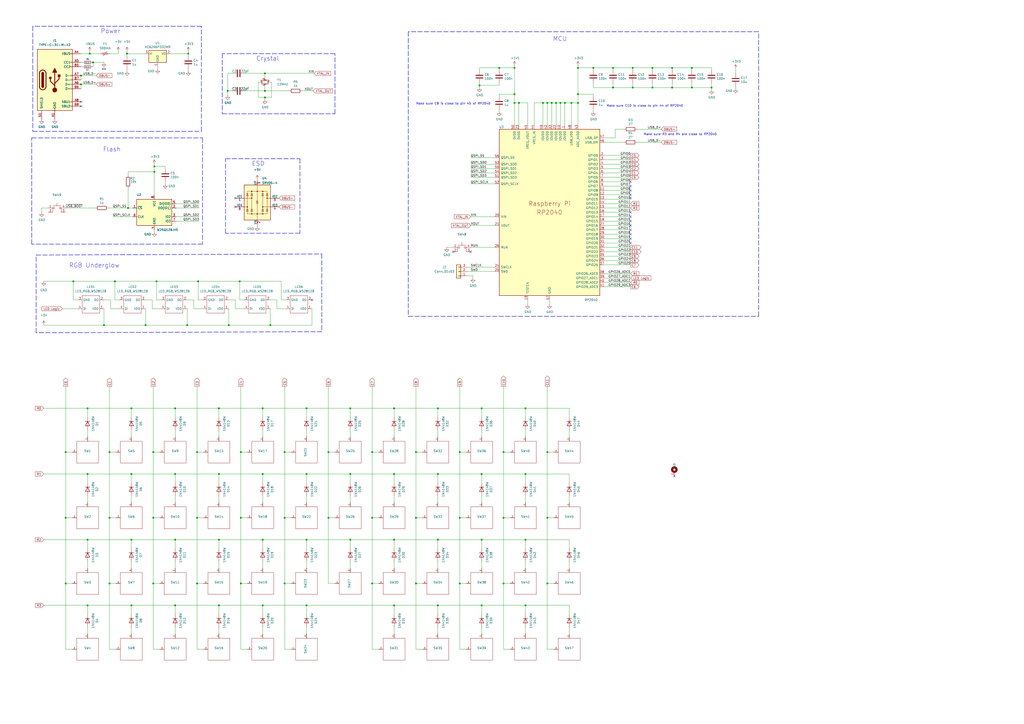
<source format=kicad_sch>
(kicad_sch (version 20211123) (generator eeschema)
  (paper "A2")
  (title_block (title "RP2040 Minimal Design Example") (date "2020-12-18") (rev "REV1") (company "Raspberry Pi (Trading) Ltd"))
  (junction (at 279.4 236.855))
  (junction (at 50.8 236.855))
  (junction (at 266.7 262.255))
  (junction (at 401.32 39.37))
  (junction (at 153.67 56.515))
  (junction (at 241.3 300.355))
  (junction (at 76.2 351.155))
  (junction (at 241.3 262.255))
  (junction (at 152.4 351.155))
  (junction (at 139.065 163.195))
  (junction (at 278.13 49.53))
  (junction (at 304.8 274.955))
  (junction (at 108.585 188.595))
  (junction (at 63.5 300.355))
  (junction (at 320.04 59.69))
  (junction (at 89.535 99.695))
  (junction (at 152.4 313.055))
  (junction (at 74.295 120.65))
  (junction (at 63.5 338.455))
  (junction (at 153.67 52.705))
  (junction (at 292.1 262.255))
  (junction (at 335.28 54.61))
  (junction (at 153.67 42.545))
  (junction (at 139.7 338.455))
  (junction (at 165.1 300.355))
  (junction (at 335.28 59.69))
  (junction (at 90.805 163.195))
  (junction (at 76.2 313.055))
  (junction (at 66.675 163.195))
  (junction (at 101.6 274.955))
  (junction (at 101.6 236.855))
  (junction (at 355.6 50.8))
  (junction (at 109.22 31.115))
  (junction (at 254 236.855))
  (junction (at 314.96 59.69))
  (junction (at 228.6 313.055))
  (junction (at 241.3 338.455))
  (junction (at 298.45 39.37))
  (junction (at 60.325 188.595))
  (junction (at 289.56 39.37))
  (junction (at 254 351.155))
  (junction (at 101.6 313.055))
  (junction (at 152.4 274.955))
  (junction (at 38.1 300.355))
  (junction (at 304.8 313.055))
  (junction (at 389.89 39.37))
  (junction (at 114.3 262.255))
  (junction (at 266.7 300.355))
  (junction (at 127 351.155))
  (junction (at 139.7 262.255))
  (junction (at 101.6 351.155))
  (junction (at 367.03 50.8))
  (junction (at 317.5 59.69))
  (junction (at 215.9 300.355))
  (junction (at 114.3 300.355))
  (junction (at 228.6 351.155))
  (junction (at 152.4 236.855))
  (junction (at 46.99 48.895))
  (junction (at 367.03 39.37))
  (junction (at 317.5 338.455))
  (junction (at 38.1 262.255))
  (junction (at 114.935 163.195))
  (junction (at 317.5 300.355))
  (junction (at 412.75 50.8))
  (junction (at 177.8 351.155))
  (junction (at 279.4 351.155))
  (junction (at 177.8 236.855))
  (junction (at 378.46 39.37))
  (junction (at 203.2 236.855))
  (junction (at 254 274.955))
  (junction (at 52.07 31.115))
  (junction (at 190.5 300.355))
  (junction (at 156.845 188.595))
  (junction (at 76.2 236.855))
  (junction (at 88.9 262.255))
  (junction (at 127 313.055))
  (junction (at 177.8 313.055))
  (junction (at 344.17 39.37))
  (junction (at 327.66 59.69))
  (junction (at 46.99 43.815))
  (junction (at 292.1 338.455))
  (junction (at 190.5 262.255))
  (junction (at 335.28 39.37))
  (junction (at 317.5 262.255))
  (junction (at 279.4 313.055))
  (junction (at 139.7 300.355))
  (junction (at 132.715 188.595))
  (junction (at 88.9 300.355))
  (junction (at 266.7 338.455))
  (junction (at 89.535 96.52))
  (junction (at 84.455 188.595))
  (junction (at 228.6 274.955))
  (junction (at 304.8 236.855))
  (junction (at 298.45 59.69))
  (junction (at 76.2 274.955))
  (junction (at 215.9 262.255))
  (junction (at 73.66 31.115))
  (junction (at 63.5 262.255))
  (junction (at 331.47 59.69))
  (junction (at 325.12 59.69))
  (junction (at 50.8 313.055))
  (junction (at 279.4 274.955))
  (junction (at 378.46 50.8))
  (junction (at 50.8 274.955))
  (junction (at 203.2 313.055))
  (junction (at 401.32 50.8))
  (junction (at 165.1 262.255))
  (junction (at 132.08 52.705))
  (junction (at 215.9 338.455))
  (junction (at 127 236.855))
  (junction (at 304.8 351.155))
  (junction (at 292.1 300.355))
  (junction (at 254 313.055))
  (junction (at 38.1 338.455))
  (junction (at 42.545 163.195))
  (junction (at 203.2 274.955))
  (junction (at 322.58 59.69))
  (junction (at 53.975 36.195))
  (junction (at 127 274.955))
  (junction (at 50.8 351.155))
  (junction (at 389.89 50.8))
  (junction (at 298.45 54.61))
  (junction (at 88.9 338.455))
  (junction (at 355.6 39.37))
  (junction (at 177.8 274.955))
  (junction (at 300.99 59.69))
  (junction (at 228.6 236.855))
  (junction (at 114.3 338.455))
  (junction (at 165.1 338.455))
  (no_connect (at 136.525 114.935))
  (no_connect (at 136.525 120.015))
  (no_connect (at 365.76 110.49))
  (no_connect (at 365.76 107.95))
  (no_connect (at 365.76 105.41))
  (no_connect (at 365.76 130.81))
  (no_connect (at 365.76 128.27))
  (no_connect (at 365.76 125.73))
  (no_connect (at 365.76 123.19))
  (no_connect (at 365.76 140.97))
  (no_connect (at 365.76 138.43))
  (no_connect (at 365.76 135.89))
  (no_connect (at 365.76 133.35))
  (no_connect (at 365.76 114.935))
  (no_connect (at 365.76 113.03))
  (no_connect (at 180.975 173.99))
  (no_connect (at 391.16 276.225))
  (no_connect (at 46.99 59.055))
  (no_connect (at 46.99 61.595))
  (no_connect (at 273.05 146.05))
  (no_connect (at 262.89 146.05))
  (wire (pts (xy 88.265 179.07) (xy 93.345 179.07)))
  (wire (pts (xy 304.8 274.955) (xy 304.8 280.035)))
  (wire (pts (xy 306.07 72.39) (xy 306.07 59.69)))
  (wire (pts (xy 350.52 143.51) (xy 365.76 143.51)))
  (wire (pts (xy 203.2 274.955) (xy 228.6 274.955)))
  (wire (pts (xy 350.52 161.29) (xy 365.76 161.29)))
  (wire (pts (xy 279.4 351.155) (xy 279.4 356.235)))
  (wire (pts (xy 314.96 59.69) (xy 317.5 59.69)))
  (wire (pts (xy 165.1 376.555) (xy 168.91 376.555)))
  (wire (pts (xy 42.545 163.195) (xy 66.675 163.195)))
  (wire (pts (xy 139.7 338.455) (xy 139.7 376.555)))
  (wire (pts (xy 241.3 300.355) (xy 241.3 338.455)))
  (wire (pts (xy 109.22 32.385) (xy 109.22 31.115)))
  (wire (pts (xy 127 236.855) (xy 152.4 236.855)))
  (wire (pts (xy 355.6 50.8) (xy 344.17 50.8)))
  (wire (pts (xy 292.1 262.255) (xy 292.1 300.355)))
  (wire (pts (xy 350.52 166.37) (xy 365.76 166.37)))
  (wire (pts (xy 228.6 313.055) (xy 228.6 318.135)))
  (wire (pts (xy 228.6 287.655) (xy 228.6 291.465)))
  (wire (pts (xy 287.02 143.51) (xy 273.05 143.51)))
  (wire (pts (xy 63.5 262.255) (xy 63.5 300.355)))
  (wire (pts (xy 153.67 56.515) (xy 157.48 56.515)))
  (wire (pts (xy 153.67 42.545) (xy 182.245 42.545)))
  (wire (pts (xy 350.52 123.19) (xy 365.76 123.19)))
  (wire (pts (xy 46.99 43.815) (xy 55.88 43.815)))
  (wire (pts (xy 325.12 72.39) (xy 325.12 59.69)))
  (wire (pts (xy 88.9 300.355) (xy 92.71 300.355)))
  (wire (pts (xy 134.62 52.705) (xy 132.08 52.705)))
  (wire (pts (xy 304.8 325.755) (xy 304.8 329.565)))
  (wire (pts (xy 254 313.055) (xy 254 318.135)))
  (wire (pts (xy 266.7 300.355) (xy 266.7 338.455)))
  (wire (pts (xy 317.5 338.455) (xy 317.5 376.555)))
  (polyline (pts (xy 130.81 135.255) (xy 130.81 92.075)) (stroke (width 0.25)))
  (wire (pts (xy 132.715 173.99) (xy 136.525 173.99)))
  (wire (pts (xy 190.5 338.455) (xy 194.31 338.455)))
  (wire (pts (xy 38.1 300.355) (xy 38.1 338.455)))
  (wire (pts (xy 254 236.855) (xy 254 241.935)))
  (wire (pts (xy 401.32 48.26) (xy 401.32 50.8)))
  (wire (pts (xy 317.5 72.39) (xy 317.5 59.69)))
  (wire (pts (xy 25.4 188.595) (xy 60.325 188.595)))
  (wire (pts (xy 279.4 287.655) (xy 279.4 291.465)))
  (polyline (pts (xy 173.99 135.255) (xy 130.81 135.255)) (stroke (width 0.25)))
  (polyline (pts (xy 236.855 183.515) (xy 440.055 183.515)) (stroke (width 0.25)))
  (wire (pts (xy 73.66 29.845) (xy 73.66 31.115)))
  (polyline (pts (xy 173.99 92.075) (xy 173.99 135.255)) (stroke (width 0.25)))
  (wire (pts (xy 350.52 151.13) (xy 365.76 151.13)))
  (wire (pts (xy 66.675 163.195) (xy 66.675 173.99)))
  (wire (pts (xy 142.24 42.545) (xy 153.67 42.545)))
  (wire (pts (xy 203.2 236.855) (xy 203.2 241.935)))
  (wire (pts (xy 88.9 338.455) (xy 92.71 338.455)))
  (wire (pts (xy 330.2 249.555) (xy 330.2 253.365)))
  (wire (pts (xy 287.02 106.68) (xy 273.05 106.68)))
  (wire (pts (xy 389.89 40.64) (xy 389.89 39.37)))
  (wire (pts (xy 273.05 97.79) (xy 287.02 97.79)))
  (wire (pts (xy 53.34 36.195) (xy 53.975 36.195)))
  (wire (pts (xy 152.4 274.955) (xy 177.8 274.955)))
  (wire (pts (xy 60.325 188.595) (xy 84.455 188.595)))
  (wire (pts (xy 274.32 160.02) (xy 274.32 161.29)))
  (wire (pts (xy 114.3 262.255) (xy 114.3 300.355)))
  (polyline (pts (xy 186.69 147.32) (xy 186.69 192.405)) (stroke (width 0.25)))
  (wire (pts (xy 350.52 105.41) (xy 365.76 105.41)))
  (wire (pts (xy 38.1 120.65) (xy 55.245 120.65)))
  (wire (pts (xy 50.8 351.155) (xy 50.8 356.235)))
  (wire (pts (xy 203.2 274.955) (xy 203.2 280.035)))
  (wire (pts (xy 38.1 376.555) (xy 41.91 376.555)))
  (polyline (pts (xy 128.905 31.115) (xy 128.905 66.04)) (stroke (width 0.25)))
  (wire (pts (xy 215.9 300.355) (xy 215.9 338.455)))
  (wire (pts (xy 292.1 224.155) (xy 292.1 262.255)))
  (wire (pts (xy 317.5 376.555) (xy 321.31 376.555)))
  (wire (pts (xy 215.9 300.355) (xy 219.71 300.355)))
  (wire (pts (xy 74.295 99.695) (xy 89.535 99.695)))
  (wire (pts (xy 177.8 363.855) (xy 177.8 367.665)))
  (wire (pts (xy 279.4 363.855) (xy 279.4 367.665)))
  (wire (pts (xy 88.265 173.99) (xy 88.265 179.07)))
  (wire (pts (xy 88.9 262.255) (xy 92.71 262.255)))
  (wire (pts (xy 327.66 59.69) (xy 331.47 59.69)))
  (wire (pts (xy 74.295 101.6) (xy 74.295 99.695)))
  (wire (pts (xy 298.45 39.37) (xy 298.45 54.61)))
  (wire (pts (xy 378.46 48.26) (xy 378.46 50.8)))
  (wire (pts (xy 271.145 160.02) (xy 274.32 160.02)))
  (wire (pts (xy 50.8 287.655) (xy 50.8 291.465)))
  (wire (pts (xy 356.87 74.93) (xy 361.95 74.93)))
  (wire (pts (xy 50.8 363.855) (xy 50.8 367.665)))
  (wire (pts (xy 203.2 313.055) (xy 203.2 318.135)))
  (wire (pts (xy 350.52 102.87) (xy 365.76 102.87)))
  (wire (pts (xy 101.6 249.555) (xy 101.6 253.365)))
  (wire (pts (xy 46.99 43.815) (xy 46.99 46.355)))
  (wire (pts (xy 151.13 47.625) (xy 149.86 47.625)))
  (wire (pts (xy 330.2 313.055) (xy 330.2 318.135)))
  (wire (pts (xy 99.06 31.115) (xy 109.22 31.115)))
  (wire (pts (xy 228.6 313.055) (xy 254 313.055)))
  (wire (pts (xy 95.885 97.79) (xy 95.885 96.52)))
  (wire (pts (xy 350.52 107.95) (xy 365.76 107.95)))
  (wire (pts (xy 350.52 115.57) (xy 365.76 115.57)))
  (wire (pts (xy 241.3 376.555) (xy 245.11 376.555)))
  (wire (pts (xy 203.2 287.655) (xy 203.2 291.465)))
  (wire (pts (xy 36.195 179.07) (xy 45.085 179.07)))
  (wire (pts (xy 73.66 40.005) (xy 73.66 41.275)))
  (wire (pts (xy 215.9 224.155) (xy 215.9 262.255)))
  (wire (pts (xy 215.9 338.455) (xy 219.71 338.455)))
  (wire (pts (xy 228.6 351.155) (xy 254 351.155)))
  (wire (pts (xy 114.3 262.255) (xy 118.11 262.255)))
  (wire (pts (xy 401.32 50.8) (xy 412.75 50.8)))
  (wire (pts (xy 127 236.855) (xy 127 241.935)))
  (wire (pts (xy 165.1 224.155) (xy 165.1 262.255)))
  (wire (pts (xy 190.5 262.255) (xy 190.5 300.355)))
  (wire (pts (xy 64.135 179.07) (xy 69.215 179.07)))
  (wire (pts (xy 330.2 325.755) (xy 330.2 329.565)))
  (wire (pts (xy 177.8 236.855) (xy 203.2 236.855)))
  (wire (pts (xy 90.805 163.195) (xy 114.935 163.195)))
  (polyline (pts (xy 440.055 183.515) (xy 440.055 18.415)) (stroke (width 0.25)))
  (wire (pts (xy 101.6 313.055) (xy 127 313.055)))
  (wire (pts (xy 412.75 48.26) (xy 412.75 50.8)))
  (wire (pts (xy 139.7 300.355) (xy 143.51 300.355)))
  (wire (pts (xy 160.655 173.99) (xy 160.655 179.07)))
  (wire (pts (xy 157.48 56.515) (xy 157.48 47.625)))
  (wire (pts (xy 153.67 42.545) (xy 153.67 45.085)))
  (wire (pts (xy 117.475 173.99) (xy 114.935 173.99)))
  (wire (pts (xy 74.295 109.22) (xy 74.295 120.65)))
  (wire (pts (xy 304.8 249.555) (xy 304.8 253.365)))
  (wire (pts (xy 165.1 338.455) (xy 165.1 376.555)))
  (wire (pts (xy 317.5 262.255) (xy 317.5 300.355)))
  (wire (pts (xy 289.56 40.64) (xy 289.56 39.37)))
  (wire (pts (xy 114.935 163.195) (xy 114.935 173.99)))
  (wire (pts (xy 84.455 188.595) (xy 108.585 188.595)))
  (wire (pts (xy 38.1 300.355) (xy 41.91 300.355)))
  (wire (pts (xy 369.57 82.55) (xy 383.54 82.55)))
  (wire (pts (xy 89.535 99.695) (xy 89.535 113.03)))
  (wire (pts (xy 152.4 236.855) (xy 152.4 241.935)))
  (wire (pts (xy 90.805 163.195) (xy 90.805 173.99)))
  (wire (pts (xy 304.8 363.855) (xy 304.8 367.665)))
  (wire (pts (xy 62.865 120.65) (xy 74.295 120.65)))
  (wire (pts (xy 127 249.555) (xy 127 253.365)))
  (wire (pts (xy 350.52 148.59) (xy 365.76 148.59)))
  (polyline (pts (xy 19.05 15.24) (xy 19.05 76.2)) (stroke (width 0.25)))
  (wire (pts (xy 114.3 300.355) (xy 114.3 338.455)))
  (wire (pts (xy 314.96 72.39) (xy 314.96 59.69)))
  (wire (pts (xy 132.715 188.595) (xy 156.845 188.595)))
  (wire (pts (xy 304.8 351.155) (xy 304.8 356.235)))
  (wire (pts (xy 350.52 110.49) (xy 365.76 110.49)))
  (wire (pts (xy 266.7 338.455) (xy 266.7 376.555)))
  (wire (pts (xy 177.8 351.155) (xy 177.8 356.235)))
  (wire (pts (xy 309.88 59.69) (xy 314.96 59.69)))
  (wire (pts (xy 304.8 351.155) (xy 330.2 351.155)))
  (wire (pts (xy 163.195 163.195) (xy 163.195 173.99)))
  (wire (pts (xy 142.24 52.705) (xy 153.67 52.705)))
  (wire (pts (xy 114.3 338.455) (xy 118.11 338.455)))
  (wire (pts (xy 175.26 52.705) (xy 181.61 52.705)))
  (wire (pts (xy 160.655 179.07) (xy 165.735 179.07)))
  (wire (pts (xy 401.32 39.37) (xy 412.75 39.37)))
  (polyline (pts (xy 194.31 66.04) (xy 194.31 31.115)) (stroke (width 0.25)))
  (wire (pts (xy 149.86 56.515) (xy 153.67 56.515)))
  (wire (pts (xy 331.47 59.69) (xy 335.28 59.69)))
  (wire (pts (xy 203.2 325.755) (xy 203.2 329.565)))
  (wire (pts (xy 350.52 140.97) (xy 365.76 140.97)))
  (wire (pts (xy 228.6 274.955) (xy 228.6 280.035)))
  (wire (pts (xy 76.2 274.955) (xy 76.2 280.035)))
  (wire (pts (xy 65.405 125.73) (xy 76.835 125.73)))
  (wire (pts (xy 389.89 39.37) (xy 401.32 39.37)))
  (wire (pts (xy 50.8 313.055) (xy 50.8 318.135)))
  (wire (pts (xy 165.1 300.355) (xy 165.1 338.455)))
  (wire (pts (xy 102.235 125.73) (xy 115.57 125.73)))
  (wire (pts (xy 101.6 236.855) (xy 101.6 241.935)))
  (polyline (pts (xy 117.475 141.605) (xy 18.415 141.605)) (stroke (width 0.25)))
  (wire (pts (xy 152.4 274.955) (xy 152.4 280.035)))
  (wire (pts (xy 101.6 325.755) (xy 101.6 329.565)))
  (wire (pts (xy 273.05 100.33) (xy 287.02 100.33)))
  (wire (pts (xy 367.03 48.26) (xy 367.03 50.8)))
  (wire (pts (xy 330.2 236.855) (xy 330.2 241.935)))
  (wire (pts (xy 369.57 74.93) (xy 383.54 74.93)))
  (wire (pts (xy 279.4 313.055) (xy 304.8 313.055)))
  (wire (pts (xy 101.6 351.155) (xy 101.6 356.235)))
  (wire (pts (xy 426.72 50.165) (xy 426.72 51.435)))
  (wire (pts (xy 350.52 95.25) (xy 365.76 95.25)))
  (wire (pts (xy 292.1 338.455) (xy 292.1 376.555)))
  (wire (pts (xy 287.02 157.48) (xy 271.145 157.48)))
  (wire (pts (xy 278.13 39.37) (xy 289.56 39.37)))
  (wire (pts (xy 89.535 133.35) (xy 89.535 134.62)))
  (wire (pts (xy 152.4 325.755) (xy 152.4 329.565)))
  (wire (pts (xy 177.8 351.155) (xy 228.6 351.155)))
  (wire (pts (xy 109.22 31.115) (xy 109.22 29.845)))
  (wire (pts (xy 53.975 36.195) (xy 53.975 38.735)))
  (wire (pts (xy 344.17 40.64) (xy 344.17 39.37)))
  (wire (pts (xy 127 351.155) (xy 127 356.235)))
  (wire (pts (xy 254 351.155) (xy 279.4 351.155)))
  (wire (pts (xy 25.4 351.155) (xy 50.8 351.155)))
  (wire (pts (xy 367.03 50.8) (xy 355.6 50.8)))
  (wire (pts (xy 134.62 42.545) (xy 132.08 42.545)))
  (wire (pts (xy 292.1 300.355) (xy 295.91 300.355)))
  (wire (pts (xy 165.1 262.255) (xy 165.1 300.355)))
  (wire (pts (xy 292.1 300.355) (xy 292.1 338.455)))
  (wire (pts (xy 350.52 100.33) (xy 365.76 100.33)))
  (wire (pts (xy 325.12 59.69) (xy 327.66 59.69)))
  (wire (pts (xy 300.99 72.39) (xy 300.99 59.69)))
  (wire (pts (xy 292.1 338.455) (xy 295.91 338.455)))
  (wire (pts (xy 228.6 363.855) (xy 228.6 367.665)))
  (wire (pts (xy 45.085 173.99) (xy 42.545 173.99)))
  (wire (pts (xy 287.02 130.81) (xy 273.05 130.81)))
  (polyline (pts (xy 20.955 147.955) (xy 186.69 147.32)) (stroke (width 0.25)))
  (wire (pts (xy 101.6 363.855) (xy 101.6 367.665)))
  (wire (pts (xy 322.58 72.39) (xy 322.58 59.69)))
  (wire (pts (xy 153.67 57.785) (xy 153.67 56.515)))
  (wire (pts (xy 330.2 363.855) (xy 330.2 367.665)))
  (wire (pts (xy 42.545 163.195) (xy 42.545 173.99)))
  (wire (pts (xy 378.46 40.64) (xy 378.46 39.37)))
  (polyline (pts (xy 116.84 15.24) (xy 19.05 15.24)) (stroke (width 0.25)))
  (wire (pts (xy 350.52 138.43) (xy 365.76 138.43)))
  (wire (pts (xy 266.7 376.555) (xy 270.51 376.555)))
  (wire (pts (xy 228.6 249.555) (xy 228.6 253.365)))
  (wire (pts (xy 378.46 39.37) (xy 389.89 39.37)))
  (wire (pts (xy 114.3 376.555) (xy 118.11 376.555)))
  (wire (pts (xy 241.3 262.255) (xy 241.3 300.355)))
  (wire (pts (xy 215.9 262.255) (xy 219.71 262.255)))
  (wire (pts (xy 38.1 262.255) (xy 41.91 262.255)))
  (wire (pts (xy 139.065 163.195) (xy 163.195 163.195)))
  (wire (pts (xy 127 313.055) (xy 127 318.135)))
  (wire (pts (xy 298.45 38.1) (xy 298.45 39.37)))
  (wire (pts (xy 149.86 47.625) (xy 149.86 56.515)))
  (wire (pts (xy 350.52 113.03) (xy 365.76 113.03)))
  (wire (pts (xy 335.28 39.37) (xy 344.17 39.37)))
  (wire (pts (xy 76.2 325.755) (xy 76.2 329.565)))
  (wire (pts (xy 136.525 179.07) (xy 141.605 179.07)))
  (wire (pts (xy 298.45 59.69) (xy 298.45 72.39)))
  (wire (pts (xy 132.08 52.705) (xy 132.08 55.245)))
  (wire (pts (xy 228.6 236.855) (xy 228.6 241.935)))
  (wire (pts (xy 355.6 40.64) (xy 355.6 39.37)))
  (wire (pts (xy 63.5 376.555) (xy 67.31 376.555)))
  (wire (pts (xy 60.325 173.99) (xy 64.135 173.99)))
  (wire (pts (xy 136.525 173.99) (xy 136.525 179.07)))
  (wire (pts (xy 180.975 179.07) (xy 180.975 188.595)))
  (wire (pts (xy 139.065 163.195) (xy 139.065 173.99)))
  (wire (pts (xy 52.07 29.845) (xy 52.07 31.115)))
  (wire (pts (xy 350.52 118.11) (xy 365.76 118.11)))
  (wire (pts (xy 38.1 338.455) (xy 41.91 338.455)))
  (wire (pts (xy 278.13 48.26) (xy 278.13 49.53)))
  (wire (pts (xy 228.6 236.855) (xy 254 236.855)))
  (wire (pts (xy 152.4 363.855) (xy 152.4 367.665)))
  (wire (pts (xy 139.7 300.355) (xy 139.7 338.455)))
  (wire (pts (xy 101.6 236.855) (xy 127 236.855)))
  (wire (pts (xy 304.8 313.055) (xy 330.2 313.055)))
  (wire (pts (xy 292.1 376.555) (xy 295.91 376.555)))
  (wire (pts (xy 279.4 236.855) (xy 279.4 241.935)))
  (wire (pts (xy 152.4 313.055) (xy 152.4 318.135)))
  (wire (pts (xy 63.5 300.355) (xy 67.31 300.355)))
  (wire (pts (xy 266.7 262.255) (xy 270.51 262.255)))
  (wire (pts (xy 153.67 50.165) (xy 153.67 52.705)))
  (wire (pts (xy 279.4 325.755) (xy 279.4 329.565)))
  (wire (pts (xy 24.13 120.65) (xy 24.13 123.19)))
  (wire (pts (xy 50.8 325.755) (xy 50.8 329.565)))
  (wire (pts (xy 127 363.855) (xy 127 367.665)))
  (wire (pts (xy 76.2 274.955) (xy 101.6 274.955)))
  (wire (pts (xy 278.13 49.53) (xy 278.13 50.8)))
  (wire (pts (xy 412.75 40.64) (xy 412.75 39.37)))
  (wire (pts (xy 101.6 351.155) (xy 127 351.155)))
  (wire (pts (xy 344.17 63.5) (xy 344.17 64.77)))
  (wire (pts (xy 266.7 224.155) (xy 266.7 262.255)))
  (wire (pts (xy 50.8 249.555) (xy 50.8 253.365)))
  (polyline (pts (xy 116.84 76.2) (xy 116.84 15.24)) (stroke (width 0.25) (type dash)))
  (wire (pts (xy 101.6 287.655) (xy 101.6 291.465)))
  (wire (pts (xy 73.66 32.385) (xy 73.66 31.115)))
  (wire (pts (xy 91.44 38.735) (xy 91.44 40.005)))
  (wire (pts (xy 102.235 120.65) (xy 115.57 120.65)))
  (wire (pts (xy 317.5 224.155) (xy 317.5 262.255)))
  (wire (pts (xy 254 325.755) (xy 254 329.565)))
  (wire (pts (xy 322.58 59.69) (xy 325.12 59.69)))
  (wire (pts (xy 350.52 130.81) (xy 365.76 130.81)))
  (wire (pts (xy 69.215 173.99) (xy 66.675 173.99)))
  (wire (pts (xy 289.56 63.5) (xy 289.56 64.77)))
  (wire (pts (xy 279.4 274.955) (xy 304.8 274.955)))
  (wire (pts (xy 63.5 31.115) (xy 68.58 31.115)))
  (wire (pts (xy 38.1 224.155) (xy 38.1 262.255)))
  (wire (pts (xy 46.99 48.895) (xy 46.99 51.435)))
  (wire (pts (xy 60.325 179.07) (xy 60.325 188.595)))
  (wire (pts (xy 156.845 188.595) (xy 180.975 188.595)))
  (wire (pts (xy 88.9 376.555) (xy 92.71 376.555)))
  (wire (pts (xy 350.52 146.05) (xy 365.76 146.05)))
  (wire (pts (xy 300.99 59.69) (xy 298.45 59.69)))
  (wire (pts (xy 25.4 274.955) (xy 50.8 274.955)))
  (wire (pts (xy 177.8 236.855) (xy 177.8 241.935)))
  (wire (pts (xy 139.7 262.255) (xy 143.51 262.255)))
  (wire (pts (xy 177.8 249.555) (xy 177.8 253.365)))
  (wire (pts (xy 46.99 36.195) (xy 48.26 36.195)))
  (wire (pts (xy 401.32 40.64) (xy 401.32 39.37)))
  (wire (pts (xy 241.3 338.455) (xy 241.3 376.555)))
  (wire (pts (xy 412.75 50.8) (xy 412.75 52.07)))
  (polyline (pts (xy 186.69 192.405) (xy 20.955 193.04)) (stroke (width 0.25)))
  (wire (pts (xy 203.2 236.855) (xy 228.6 236.855)))
  (wire (pts (xy 25.4 163.195) (xy 42.545 163.195)))
  (wire (pts (xy 350.52 135.89) (xy 365.76 135.89)))
  (wire (pts (xy 152.4 236.855) (xy 177.8 236.855)))
  (wire (pts (xy 132.715 179.07) (xy 132.715 188.595)))
  (wire (pts (xy 76.2 351.155) (xy 101.6 351.155)))
  (wire (pts (xy 165.1 262.255) (xy 168.91 262.255)))
  (wire (pts (xy 273.05 125.73) (xy 287.02 125.73)))
  (wire (pts (xy 367.03 40.64) (xy 367.03 39.37)))
  (wire (pts (xy 177.8 313.055) (xy 177.8 318.135)))
  (wire (pts (xy 330.2 287.655) (xy 330.2 291.465)))
  (wire (pts (xy 177.8 313.055) (xy 203.2 313.055)))
  (wire (pts (xy 38.1 338.455) (xy 38.1 376.555)))
  (polyline (pts (xy 117.475 80.01) (xy 117.475 141.605)) (stroke (width 0.25)))
  (wire (pts (xy 304.8 274.955) (xy 330.2 274.955)))
  (wire (pts (xy 50.8 313.055) (xy 76.2 313.055)))
  (wire (pts (xy 157.48 47.625) (xy 156.21 47.625)))
  (wire (pts (xy 241.3 224.155) (xy 241.3 262.255)))
  (wire (pts (xy 50.8 274.955) (xy 76.2 274.955)))
  (wire (pts (xy 74.295 120.65) (xy 76.835 120.65)))
  (wire (pts (xy 112.395 179.07) (xy 117.475 179.07)))
  (wire (pts (xy 306.07 173.99) (xy 306.07 176.53)))
  (wire (pts (xy 320.04 72.39) (xy 320.04 59.69)))
  (wire (pts (xy 320.04 59.69) (xy 322.58 59.69)))
  (wire (pts (xy 335.28 38.1) (xy 335.28 39.37)))
  (wire (pts (xy 356.87 74.93) (xy 356.87 80.01)))
  (wire (pts (xy 330.2 351.155) (xy 330.2 356.235)))
  (wire (pts (xy 102.235 128.27) (xy 115.57 128.27)))
  (wire (pts (xy 63.5 300.355) (xy 63.5 338.455)))
  (wire (pts (xy 426.72 40.005) (xy 426.72 42.545)))
  (polyline (pts (xy 19.05 76.2) (xy 116.84 76.2)) (stroke (width 0.25)))
  (wire (pts (xy 298.45 54.61) (xy 298.45 59.69)))
  (wire (pts (xy 114.3 338.455) (xy 114.3 376.555)))
  (wire (pts (xy 304.8 236.855) (xy 304.8 241.935)))
  (wire (pts (xy 350.52 80.01) (xy 356.87 80.01)))
  (wire (pts (xy 273.05 102.87) (xy 287.02 102.87)))
  (wire (pts (xy 278.13 49.53) (xy 289.56 49.53)))
  (wire (pts (xy 139.7 376.555) (xy 143.51 376.555)))
  (wire (pts (xy 132.08 42.545) (xy 132.08 52.705)))
  (wire (pts (xy 335.28 54.61) (xy 344.17 54.61)))
  (wire (pts (xy 331.47 72.39) (xy 331.47 59.69)))
  (wire (pts (xy 190.5 262.255) (xy 194.31 262.255)))
  (wire (pts (xy 350.52 133.35) (xy 365.76 133.35)))
  (wire (pts (xy 279.4 313.055) (xy 279.4 318.135)))
  (wire (pts (xy 46.99 48.895) (xy 55.88 48.895)))
  (wire (pts (xy 76.2 363.855) (xy 76.2 367.665)))
  (wire (pts (xy 278.13 40.64) (xy 278.13 39.37)))
  (wire (pts (xy 266.7 262.255) (xy 266.7 300.355)))
  (wire (pts (xy 139.7 338.455) (xy 143.51 338.455)))
  (wire (pts (xy 25.4 236.855) (xy 50.8 236.855)))
  (wire (pts (xy 350.52 125.73) (xy 365.76 125.73)))
  (wire (pts (xy 127 351.155) (xy 152.4 351.155)))
  (wire (pts (xy 350.52 92.71) (xy 365.76 92.71)))
  (wire (pts (xy 127 313.055) (xy 152.4 313.055)))
  (wire (pts (xy 46.99 38.735) (xy 48.26 38.735)))
  (wire (pts (xy 66.675 163.195) (xy 90.805 163.195)))
  (wire (pts (xy 317.5 300.355) (xy 317.5 338.455)))
  (wire (pts (xy 114.3 224.155) (xy 114.3 262.255)))
  (wire (pts (xy 141.605 173.99) (xy 139.065 173.99)))
  (wire (pts (xy 114.3 300.355) (xy 118.11 300.355)))
  (wire (pts (xy 254 351.155) (xy 254 356.235)))
  (wire (pts (xy 289.56 54.61) (xy 298.45 54.61)))
  (polyline (pts (xy 128.905 66.04) (xy 194.31 66.04)) (stroke (width 0.25)))
  (wire (pts (xy 95.885 105.41) (xy 95.885 106.68)))
  (wire (pts (xy 273.05 95.25) (xy 287.02 95.25)))
  (wire (pts (xy 289.56 49.53) (xy 289.56 48.26)))
  (wire (pts (xy 318.77 173.99) (xy 318.77 176.53)))
  (wire (pts (xy 101.6 313.055) (xy 101.6 318.135)))
  (wire (pts (xy 330.2 274.955) (xy 330.2 280.035)))
  (wire (pts (xy 304.8 236.855) (xy 330.2 236.855)))
  (wire (pts (xy 317.5 300.355) (xy 321.31 300.355)))
  (wire (pts (xy 52.07 31.115) (xy 58.42 31.115)))
  (wire (pts (xy 215.9 262.255) (xy 215.9 300.355)))
  (wire (pts (xy 50.8 236.855) (xy 76.2 236.855)))
  (wire (pts (xy 350.52 120.65) (xy 365.76 120.65)))
  (wire (pts (xy 63.5 338.455) (xy 67.31 338.455)))
  (wire (pts (xy 88.9 338.455) (xy 88.9 376.555)))
  (wire (pts (xy 335.28 39.37) (xy 335.28 54.61)))
  (polyline (pts (xy 236.855 18.415) (xy 236.855 183.515)) (stroke (width 0.25)))
  (wire (pts (xy 259.08 143.51) (xy 262.89 143.51)))
  (wire (pts (xy 152.4 287.655) (xy 152.4 291.465)))
  (polyline (pts (xy 194.31 31.115) (xy 128.905 31.115)) (stroke (width 0.25)))
  (wire (pts (xy 165.735 173.99) (xy 163.195 173.99)))
  (wire (pts (xy 279.4 236.855) (xy 304.8 236.855)))
  (wire (pts (xy 254 313.055) (xy 279.4 313.055)))
  (wire (pts (xy 149.225 131.445) (xy 149.225 130.175)))
  (wire (pts (xy 156.845 173.99) (xy 160.655 173.99)))
  (wire (pts (xy 304.8 313.055) (xy 304.8 318.135)))
  (wire (pts (xy 177.8 274.955) (xy 203.2 274.955)))
  (wire (pts (xy 401.32 50.8) (xy 389.89 50.8)))
  (wire (pts (xy 127 274.955) (xy 152.4 274.955)))
  (wire (pts (xy 254 236.855) (xy 279.4 236.855)))
  (wire (pts (xy 177.8 274.955) (xy 177.8 280.035)))
  (wire (pts (xy 287.02 91.44) (xy 273.05 91.44)))
  (wire (pts (xy 38.1 262.255) (xy 38.1 300.355)))
  (wire (pts (xy 279.4 249.555) (xy 279.4 253.365)))
  (wire (pts (xy 152.4 249.555) (xy 152.4 253.365)))
  (wire (pts (xy 108.585 179.07) (xy 108.585 188.595)))
  (wire (pts (xy 112.395 173.99) (xy 112.395 179.07)))
  (wire (pts (xy 289.56 39.37) (xy 298.45 39.37)))
  (wire (pts (xy 127 287.655) (xy 127 291.465)))
  (polyline (pts (xy 18.415 141.605) (xy 18.415 80.01)) (stroke (width 0.25)))
  (wire (pts (xy 152.4 351.155) (xy 152.4 356.235)))
  (wire (pts (xy 53.34 38.735) (xy 53.975 38.735)))
  (wire (pts (xy 76.2 351.155) (xy 76.2 356.235)))
  (wire (pts (xy 304.8 287.655) (xy 304.8 291.465)))
  (wire (pts (xy 254 274.955) (xy 279.4 274.955)))
  (wire (pts (xy 203.2 249.555) (xy 203.2 253.365)))
  (wire (pts (xy 88.9 262.255) (xy 88.9 300.355)))
  (wire (pts (xy 327.66 59.69) (xy 327.66 72.39)))
  (wire (pts (xy 190.5 224.155) (xy 190.5 262.255)))
  (wire (pts (xy 76.2 287.655) (xy 76.2 291.465)))
  (wire (pts (xy 108.585 188.595) (xy 132.715 188.595)))
  (wire (pts (xy 53.975 36.195) (xy 60.325 36.195)))
  (wire (pts (xy 24.13 120.65) (xy 27.94 120.65)))
  (wire (pts (xy 254 363.855) (xy 254 367.665)))
  (wire (pts (xy 344.17 48.26) (xy 344.17 50.8)))
  (wire (pts (xy 350.52 153.67) (xy 365.76 153.67)))
  (polyline (pts (xy 20.955 193.04) (xy 20.955 147.955)) (stroke (width 0.25)))
  (wire (pts (xy 335.28 59.69) (xy 335.28 72.39)))
  (wire (pts (xy 228.6 351.155) (xy 228.6 356.235)))
  (wire (pts (xy 335.28 54.61) (xy 335.28 59.69)))
  (wire (pts (xy 50.8 274.955) (xy 50.8 280.035)))
  (wire (pts (xy 114.935 163.195) (xy 139.065 163.195)))
  (wire (pts (xy 279.4 351.155) (xy 304.8 351.155)))
  (wire (pts (xy 355.6 48.26) (xy 355.6 50.8)))
  (wire (pts (xy 350.52 163.83) (xy 365.76 163.83)))
  (wire (pts (xy 88.9 300.355) (xy 88.9 338.455)))
  (wire (pts (xy 241.3 338.455) (xy 245.11 338.455)))
  (wire (pts (xy 76.2 313.055) (xy 76.2 318.135)))
  (wire (pts (xy 378.46 50.8) (xy 367.03 50.8)))
  (wire (pts (xy 108.585 173.99) (xy 112.395 173.99)))
  (wire (pts (xy 254 249.555) (xy 254 253.365)))
  (wire (pts (xy 389.89 50.8) (xy 378.46 50.8)))
  (wire (pts (xy 109.22 40.005) (xy 109.22 41.275)))
  (wire (pts (xy 350.52 82.55) (xy 361.95 82.55)))
  (wire (pts (xy 76.2 313.055) (xy 101.6 313.055)))
  (wire (pts (xy 177.8 287.655) (xy 177.8 291.465)))
  (wire (pts (xy 203.2 313.055) (xy 228.6 313.055)))
  (wire (pts (xy 266.7 338.455) (xy 270.51 338.455)))
  (wire (pts (xy 102.235 118.11) (xy 115.57 118.11)))
  (wire (pts (xy 46.99 31.115) (xy 52.07 31.115)))
  (wire (pts (xy 88.9 224.155) (xy 88.9 262.255)))
  (wire (pts (xy 389.89 48.26) (xy 389.89 50.8)))
  (wire (pts (xy 289.56 55.88) (xy 289.56 54.61)))
  (polyline (pts (xy 130.81 92.075) (xy 173.99 92.075)) (stroke (width 0.25)))
  (wire (pts (xy 190.5 300.355) (xy 190.5 338.455)))
  (wire (pts (xy 241.3 262.255) (xy 245.11 262.255)))
  (wire (pts (xy 63.5 262.255) (xy 67.31 262.255)))
  (wire (pts (xy 350.52 128.27) (xy 365.76 128.27)))
  (wire (pts (xy 93.345 173.99) (xy 90.805 173.99)))
  (wire (pts (xy 153.67 52.705) (xy 167.64 52.705)))
  (wire (pts (xy 83.82 31.115) (xy 73.66 31.115)))
  (wire (pts (xy 76.2 236.855) (xy 76.2 241.935)))
  (wire (pts (xy 68.58 29.845) (xy 68.58 31.115)))
  (wire (pts (xy 317.5 59.69) (xy 320.04 59.69)))
  (wire (pts (xy 89.535 96.52) (xy 89.535 99.695)))
  (wire (pts (xy 367.03 39.37) (xy 378.46 39.37)))
  (wire (pts (xy 344.17 55.88) (xy 344.17 54.61)))
  (wire (pts (xy 165.1 338.455) (xy 168.91 338.455)))
  (wire (pts (xy 306.07 59.69) (xy 300.99 59.69)))
  (polyline (pts (xy 440.055 18.415) (xy 236.855 18.415)) (stroke (width 0.25)))
  (wire (pts (xy 309.88 72.39) (xy 309.88 59.69)))
  (wire (pts (xy 127 274.955) (xy 127 280.035)))
  (wire (pts (xy 279.4 274.955) (xy 279.4 280.035)))
  (wire (pts (xy 76.2 249.555) (xy 76.2 253.365)))
  (wire (pts (xy 317.5 338.455) (xy 321.31 338.455)))
  (wire (pts (xy 156.845 179.07) (xy 156.845 188.595)))
  (wire (pts (xy 266.7 300.355) (xy 270.51 300.355)))
  (wire (pts (xy 63.5 224.155) (xy 63.5 262.255)))
  (wire (pts (xy 50.8 351.155) (xy 76.2 351.155)))
  (wire (pts (xy 89.535 95.25) (xy 89.535 96.52)))
  (wire (pts (xy 254 287.655) (xy 254 291.465)))
  (wire (pts (xy 127 325.755) (xy 127 329.565)))
  (wire (pts (xy 76.2 236.855) (xy 101.6 236.855)))
  (wire (pts (xy 228.6 325.755) (xy 228.6 329.565)))
  (wire (pts (xy 344.17 39.37) (xy 355.6 39.37)))
  (wire (pts (xy 292.1 262.255) (xy 295.91 262.255)))
  (wire (pts (xy 287.02 154.94) (xy 271.145 154.94)))
  (wire (pts (xy 350.52 97.79) (xy 365.76 97.79)))
  (wire (pts (xy 350.52 90.17) (xy 365.76 90.17)))
  (wire (pts (xy 190.5 300.355) (xy 194.31 300.355)))
  (wire (pts (xy 64.135 173.99) (xy 64.135 179.07)))
  (wire (pts (xy 165.1 300.355) (xy 168.91 300.355)))
  (wire (pts (xy 149.225 104.14) (xy 149.225 104.775)))
  (wire (pts (xy 228.6 274.955) (xy 254 274.955)))
  (wire (pts (xy 317.5 262.255) (xy 321.31 262.255)))
  (wire (pts (xy 84.455 173.99) (xy 88.265 173.99)))
  (wire (pts (xy 139.7 262.255) (xy 139.7 300.355)))
  (polyline (pts (xy 18.415 80.01) (xy 117.475 80.01)) (stroke (width 0.25)))
  (wire (pts (xy 84.455 179.07) (xy 84.455 188.595)))
  (wire (pts (xy 350.52 158.75) (xy 365.76 158.75)))
  (wire (pts (xy 152.4 313.055) (xy 177.8 313.055)))
  (wire (pts (xy 355.6 39.37) (xy 367.03 39.37)))
  (wire (pts (xy 241.3 300.355) (xy 245.11 300.355)))
  (wire (pts (xy 25.4 313.055) (xy 50.8 313.055)))
  (wire (pts (xy 215.9 376.555) (xy 219.71 376.555)))
  (wire (pts (xy 152.4 351.155) (xy 177.8 351.155)))
  (wire (pts (xy 254 274.955) (xy 254 280.035)))
  (wire (pts (xy 101.6 274.955) (xy 101.6 280.035)))
  (wire (pts (xy 215.9 338.455) (xy 215.9 376.555)))
  (wire (pts (xy 95.885 96.52) (xy 89.535 96.52)))
  (wire (pts (xy 177.8 325.755) (xy 177.8 329.565)))
  (wire (pts (xy 139.7 224.155) (xy 139.7 262.255)))
  (wire (pts (xy 50.8 236.855) (xy 50.8 241.935)))
  (wire (pts (xy 63.5 338.455) (xy 63.5 376.555)))
  (wire (pts (xy 101.6 274.955) (xy 127 274.955)))
  (text "Power" (at 58.42 19.685 0) (effects (font (size 2.54 2.54)) (justify left bottom)))
  (text "Make sure R3 and R4 are close to RP2040" (at 373.38 78.74 0) (effects (font (size 1.27 1.27)) (justify left bottom)))
  (text "RGB Underglow" (at 40.005 155.575 0) (effects (font (size 2.54 2.54)) (justify left bottom)))
  (text "ESD" (at 146.05 96.52 0) (effects (font (size 2.54 2.54)) (justify left bottom)))
  (text "Make sure C8 is close to pin 45 of RP2040" (at 241.3 60.96 0) (effects (font (size 1.27 1.27)) (justify left bottom)))
  (text "MCU" (at 320.675 24.13 0) (effects (font (size 2.54 2.54)) (justify left bottom)))
  (text "Crystal" (at 148.59 35.56 0) (effects (font (size 2.54 2.54)) (justify left bottom)))
  (text "Flash" (at 59.69 88.265 0) (effects (font (size 2.54 2.54)) (justify left bottom)))
  (text "Make sure C10 is close to pin 44 of RP2040" (at 351.79 62.23 0) (effects (font (size 1.27 1.27)) (justify left bottom)))
  (label "QSPI_SD3" (at 115.57 128.27 180))
  (label "QSPI_SD2" (at 273.05 100.33 0))
  (label "GPIO1" (at 365.76 92.71 180))
  (label "USB_D+" (at 55.88 48.895 180))
  (label "GPIO21" (at 365.76 143.51 180))
  (label "GPIO6" (at 365.76 105.41 180))
  (label "QSPI_SD2" (at 115.57 125.73 180))
  (label "XIN" (at 273.05 125.73 0))
  (label "GPIO12" (at 365.76 120.65 180))
  (label "QSPI_SD3" (at 273.05 102.87 0))
  (label "GPIO24" (at 365.76 151.13 180))
  (label "GPIO22" (at 365.76 146.05 180))
  (label "GPIO25" (at 365.76 153.67 180))
  (label "GPIO28_ADC2" (at 365.76 163.83 180))
  (label "QSPI_SD1" (at 273.05 97.79 0))
  (label "GPIO7" (at 365.76 107.95 180))
  (label "SWD" (at 273.05 157.48 0))
  (label "GPIO4" (at 365.76 100.33 180))
  (label "QSPI_SCLK" (at 273.05 106.68 0))
  (label "GPIO5" (at 365.76 102.87 180))
  (label "QSPI_SS" (at 65.405 120.65 0))
  (label "USB_D+" (at 383.54 74.93 180))
  (label "GPIO13" (at 365.76 123.19 180))
  (label "GPIO29_ADC3" (at 365.76 166.37 180))
  (label "QSPI_SD0" (at 115.57 118.11 180))
  (label "QSPI_SCLK" (at 65.405 125.73 0))
  (label "GPIO27_ADC1" (at 365.76 161.29 180))
  (label "GPIO14" (at 365.76 125.73 180))
  (label "GPIO15" (at 365.76 128.27 180))
  (label "QSPI_SD0" (at 273.05 95.25 0))
  (label "QSPI_SD1" (at 115.57 120.65 180))
  (label "GPIO18" (at 365.76 135.89 180))
  (label "GPIO17" (at 365.76 133.35 180))
  (label "GPIO16" (at 365.76 130.81 180))
  (label "XOUT" (at 273.05 130.81 0))
  (label "~{USB_BOOT}" (at 38.1 120.65 0))
  (label "RUN" (at 273.05 143.51 0))
  (label "GPIO3" (at 365.76 97.79 180))
  (label "GPIO20" (at 365.76 140.97 180))
  (label "GPIO19" (at 365.76 138.43 180))
  (label "USB_D-" (at 55.88 43.815 180))
  (label "USB_D-" (at 383.54 82.55 180))
  (label "GPIO26_ADC0" (at 365.76 158.75 180))
  (label "XIN" (at 182.245 42.545 180))
  (label "GPIO2" (at 365.76 95.25 180))
  (label "GPIO11" (at 365.76 118.11 180))
  (label "XOUT" (at 181.61 52.705 180))
  (label "GPIO23" (at 365.76 148.59 180))
  (label "GPIO9" (at 365.76 113.03 180))
  (label "QSPI_SS" (at 273.05 91.44 0))
  (label "GPIO8" (at 365.76 110.49 180))
  (label "GPIO0" (at 365.76 90.17 180))
  (label "SWCLK" (at 273.05 154.94 0))
  (label "GPIO10" (at 365.76 115.57 180))
  (global_label "C8" (shape output) (at 365.76 151.13 0) (property "Intersheet References" "${INTERSHEET_REFS}" (effects hide)))
  (global_label "C4" (shape output) (at 365.76 92.71 0) (property "Intersheet References" "${INTERSHEET_REFS}" (effects hide)))
  (global_label "C4" (shape output) (at 139.7 224.155 90) (property "Intersheet References" "${INTERSHEET_REFS}" (effects hide)))
  (global_label "C3" (shape output) (at 365.76 95.25 0) (property "Intersheet References" "${INTERSHEET_REFS}" (effects hide)))
  (global_label "C0" (shape output) (at 38.1 224.155 90) (property "Intersheet References" "${INTERSHEET_REFS}" (effects hide)))
  (global_label "R0" (shape input) (at 25.4 236.855 180) (property "Intersheet References" "${INTERSHEET_REFS}" (effects hide)))
  (global_label "XTAL_OUT" (shape input) (at 181.61 52.705 0) (property "Intersheet References" "${INTERSHEET_REFS}" (effects hide)))
  (global_label "XTAL_IN" (shape input) (at 273.05 125.73 180) (property "Intersheet References" "${INTERSHEET_REFS}" (effects hide)))
  (global_label "C1" (shape output) (at 63.5 224.155 90) (property "Intersheet References" "${INTERSHEET_REFS}" (effects hide)))
  (global_label "C11" (shape output) (at 365.76 143.51 0) (property "Intersheet References" "${INTERSHEET_REFS}" (effects hide)))
  (global_label "C10" (shape output) (at 292.1 224.155 90) (property "Intersheet References" "${INTERSHEET_REFS}" (effects hide)))
  (global_label "R1" (shape input) (at 25.4 274.955 180) (property "Intersheet References" "${INTERSHEET_REFS}" (effects hide)))
  (global_label "R0" (shape input) (at 365.76 163.83 0) (property "Intersheet References" "${INTERSHEET_REFS}" (effects hide)))
  (global_label "C9" (shape output) (at 266.7 224.155 90) (property "Intersheet References" "${INTERSHEET_REFS}" (effects hide)))
  (global_label "LED Logic" (shape input) (at 365.76 161.29 0) (property "Intersheet References" "${INTERSHEET_REFS}" (effects hide)))
  (global_label "DBUS+" (shape input) (at 55.88 48.895 0) (property "Intersheet References" "${INTERSHEET_REFS}" (effects hide)))
  (global_label "DBUS+" (shape input) (at 161.925 114.935 0) (property "Intersheet References" "${INTERSHEET_REFS}" (effects hide)))
  (global_label "LED Logic" (shape input) (at 36.195 179.07 180) (property "Intersheet References" "${INTERSHEET_REFS}" (effects hide)))
  (global_label "C11" (shape output) (at 317.5 224.155 90) (property "Intersheet References" "${INTERSHEET_REFS}" (effects hide)))
  (global_label "C9" (shape output) (at 365.76 148.59 0) (property "Intersheet References" "${INTERSHEET_REFS}" (effects hide)))
  (global_label "C5" (shape output) (at 365.76 90.17 0) (property "Intersheet References" "${INTERSHEET_REFS}" (effects hide)))
  (global_label "C2" (shape output) (at 365.76 97.79 0) (property "Intersheet References" "${INTERSHEET_REFS}" (effects hide)))
  (global_label "C10" (shape output) (at 365.76 146.05 0) (property "Intersheet References" "${INTERSHEET_REFS}" (effects hide)))
  (global_label "C6" (shape output) (at 190.5 224.155 90) (property "Intersheet References" "${INTERSHEET_REFS}" (effects hide)))
  (global_label "R1" (shape input) (at 365.76 158.75 0) (property "Intersheet References" "${INTERSHEET_REFS}" (effects hide)))
  (global_label "R2" (shape input) (at 25.4 313.055 180) (property "Intersheet References" "${INTERSHEET_REFS}" (effects hide)))
  (global_label "XTAL_OUT" (shape input) (at 273.05 130.81 180) (property "Intersheet References" "${INTERSHEET_REFS}" (effects hide)))
  (global_label "C5" (shape output) (at 165.1 224.155 90) (property "Intersheet References" "${INTERSHEET_REFS}" (effects hide)))
  (global_label "DBUS-" (shape input) (at 55.88 43.815 0) (property "Intersheet References" "${INTERSHEET_REFS}" (effects hide)))
  (global_label "C2" (shape output) (at 88.9 224.155 90) (property "Intersheet References" "${INTERSHEET_REFS}" (effects hide)))
  (global_label "XTAL_IN" (shape input) (at 182.245 42.545 0) (property "Intersheet References" "${INTERSHEET_REFS}" (effects hide)))
  (global_label "C7" (shape output) (at 365.76 153.67 0) (property "Intersheet References" "${INTERSHEET_REFS}" (effects hide)))
  (global_label "C3" (shape output) (at 114.3 224.155 90) (property "Intersheet References" "${INTERSHEET_REFS}" (effects hide)))
  (global_label "R3" (shape input) (at 365.76 120.65 0) (property "Intersheet References" "${INTERSHEET_REFS}" (effects hide)))
  (global_label "DBUS-" (shape input) (at 383.54 82.55 0) (property "Intersheet References" "${INTERSHEET_REFS}" (effects hide)))
  (global_label "DBUS+" (shape input) (at 383.54 74.93 0) (property "Intersheet References" "${INTERSHEET_REFS}" (effects hide)))
  (global_label "C0" (shape output) (at 365.76 102.87 0) (property "Intersheet References" "${INTERSHEET_REFS}" (effects hide)))
  (global_label "C1" (shape output) (at 365.76 100.33 0) (property "Intersheet References" "${INTERSHEET_REFS}" (effects hide)))
  (global_label "DBUS-" (shape input) (at 161.925 120.015 0) (property "Intersheet References" "${INTERSHEET_REFS}" (effects hide)))
  (global_label "C7" (shape output) (at 215.9 224.155 90) (property "Intersheet References" "${INTERSHEET_REFS}" (effects hide)))
  (global_label "R3" (shape input) (at 25.4 351.155 180) (property "Intersheet References" "${INTERSHEET_REFS}" (effects hide)))
  (global_label "C6" (shape output) (at 365.76 166.37 0) (property "Intersheet References" "${INTERSHEET_REFS}" (effects hide)))
  (global_label "R2" (shape input) (at 365.76 118.11 0) (property "Intersheet References" "${INTERSHEET_REFS}" (effects hide)))
  (global_label "C8" (shape output) (at 241.3 224.155 90) (property "Intersheet References" "${INTERSHEET_REFS}" (effects hide)))
  (symbol (lib_id "MCU_RaspberryPi_RP2040:RP2040") (at 318.77 123.19 0) (unit 1)
    (property "Reference" "U3" (at 290.83 73.66 0))
    (property "Value" "RP2040" (at 342.9 173.99 0))
    (property "Footprint" "RP2040_minimal:RP2040-QFN-56" (effects hide))
    (property "LCSC" "C2040" (effects hide))
  )
  (symbol (lib_id "Device:C") (at 138.43 42.545 270) (unit 1)
    (property "Reference" "C2" (at 134.62 41.275 90) (effects (justify left)))
    (property "Value" "22pF" (at 139.7 41.275 90) (effects (justify left)))
    (property "Footprint" "Capacitor_SMD:C_0402_1005Metric" (effects hide))
    (property "LCSC" "C1555" (effects hide))
  )
  (symbol (lib_id "Device:C") (at 138.43 52.705 270) (unit 1)
    (property "Reference" "C3" (at 134.62 51.435 90) (effects (justify left)))
    (property "Value" "22pF" (at 139.7 51.435 90) (effects (justify left)))
    (property "Footprint" "Capacitor_SMD:C_0402_1005Metric" (effects hide))
    (property "LCSC" "C1555" (effects hide))
  )
  (symbol (lib_id "power:GND") (at 132.08 55.245 0) (unit 1)
    (property "Reference" "#PWR06" (effects hide))
    (property "Value" "GND" (at 132.207 59.6392 0))
  )
  (symbol (lib_id "Memory_Flash:W25Q128JVS") (at 89.535 123.19 0) (unit 1)
    (property "Reference" "U2" (at 80.645 113.03 0))
    (property "Value" "W25Q128JVS" (at 97.155 133.35 0))
    (property "Footprint" "Package_SO:SOIC-8_5.23x5.23mm_P1.27mm" (effects hide))
    (property "LCSC" "C97521" (effects hide))
  )
  (symbol (lib_id "power:+3V3") (at 89.535 95.25 0) (unit 1)
    (property "Reference" "#PWR07" (effects hide))
    (property "Value" "+3V3" (at 89.916 90.8558 0))
  )
  (symbol (lib_id "power:GND") (at 89.535 134.62 0) (unit 1)
    (property "Reference" "#PWR08" (effects hide))
    (property "Value" "GND" (at 85.725 135.89 0))
  )
  (symbol (lib_id "Device:R") (at 59.055 120.65 270) (unit 1)
    (property "Reference" "R1" (at 59.055 115.3922 90))
    (property "Value" "1k" (at 59.055 117.7036 90))
    (property "Footprint" "Capacitor_SMD:C_0402_1005Metric" (effects hide))
    (property "LCSC" "C11702" (effects hide))
  )
  (symbol (lib_id "Device:C") (at 95.885 101.6 0) (unit 1)
    (property "Reference" "C5" (at 98.806 100.4316 0) (effects (justify left)))
    (property "Value" "100n" (at 98.806 102.743 0) (effects (justify left)))
    (property "Footprint" "Capacitor_SMD:C_0402_1005Metric" (effects hide))
    (property "LCSC" "C1525" (effects hide))
  )
  (symbol (lib_id "power:GND") (at 95.885 106.68 0) (unit 1)
    (property "Reference" "#PWR011" (effects hide))
    (property "Value" "GND" (at 99.695 107.95 0))
  )
  (symbol (lib_id "power:GND") (at 318.77 176.53 0) (unit 1)
    (property "Reference" "#PWR016" (effects hide))
    (property "Value" "GND" (at 318.897 180.9242 0))
  )
  (symbol (lib_id "power:GND") (at 306.07 176.53 0) (unit 1)
    (property "Reference" "#PWR015" (effects hide))
    (property "Value" "GND" (at 306.197 180.9242 0))
  )
  (symbol (lib_id "Device:R") (at 365.76 74.93 270) (unit 1)
    (property "Reference" "R3" (at 365.76 69.6722 90))
    (property "Value" "27" (at 365.76 71.9836 90))
    (property "Footprint" "Capacitor_SMD:C_0603_1608Metric" (effects hide))
    (property "LCSC" "C25190" (effects hide))
  )
  (symbol (lib_id "Device:R") (at 365.76 82.55 270) (unit 1)
    (property "Reference" "R4" (at 365.76 77.2922 90))
    (property "Value" "27" (at 365.76 79.6036 90))
    (property "Footprint" "Capacitor_SMD:C_0603_1608Metric" (effects hide))
    (property "LCSC" "C25190" (effects hide))
  )
  (symbol (lib_id "power:+3V3") (at 335.28 38.1 0) (unit 1)
    (property "Reference" "#PWR017" (effects hide))
    (property "Value" "+3V3" (at 335.661 33.7058 0))
  )
  (symbol (lib_id "power:+1V1") (at 298.45 38.1 0) (unit 1)
    (property "Reference" "#PWR014" (effects hide))
    (property "Value" "+1V1" (at 298.831 33.7058 0))
  )
  (symbol (lib_id "Device:C") (at 344.17 44.45 0) (unit 1)
    (property "Reference" "C9" (at 347.091 43.2816 0) (effects (justify left)))
    (property "Value" "100n" (at 347.091 45.593 0) (effects (justify left)))
    (property "Footprint" "Capacitor_SMD:C_0402_1005Metric" (effects hide))
    (property "LCSC" "C1525" (effects hide))
  )
  (symbol (lib_id "Device:C") (at 355.6 44.45 0) (unit 1)
    (property "Reference" "C11" (at 358.521 43.2816 0) (effects (justify left)))
    (property "Value" "100n" (at 358.521 45.593 0) (effects (justify left)))
    (property "Footprint" "Capacitor_SMD:C_0402_1005Metric" (effects hide))
    (property "LCSC" "C1525" (effects hide))
  )
  (symbol (lib_id "Device:C") (at 367.03 44.45 0) (unit 1)
    (property "Reference" "C12" (at 369.951 43.2816 0) (effects (justify left)))
    (property "Value" "100n" (at 369.951 45.593 0) (effects (justify left)))
    (property "Footprint" "Capacitor_SMD:C_0402_1005Metric" (effects hide))
    (property "LCSC" "C1525" (effects hide))
  )
  (symbol (lib_id "Device:C") (at 378.46 44.45 0) (unit 1)
    (property "Reference" "C13" (at 381.381 43.2816 0) (effects (justify left)))
    (property "Value" "100n" (at 381.381 45.593 0) (effects (justify left)))
    (property "Footprint" "Capacitor_SMD:C_0402_1005Metric" (effects hide))
    (property "LCSC" "C1525" (effects hide))
  )
  (symbol (lib_id "Device:C") (at 389.89 44.45 0) (unit 1)
    (property "Reference" "C14" (at 392.811 43.2816 0) (effects (justify left)))
    (property "Value" "100n" (at 392.811 45.593 0) (effects (justify left)))
    (property "Footprint" "Capacitor_SMD:C_0402_1005Metric" (effects hide))
    (property "LCSC" "C1525" (effects hide))
  )
  (symbol (lib_id "Device:C") (at 401.32 44.45 0) (unit 1)
    (property "Reference" "C15" (at 404.241 43.2816 0) (effects (justify left)))
    (property "Value" "100n" (at 404.241 45.593 0) (effects (justify left)))
    (property "Footprint" "Capacitor_SMD:C_0402_1005Metric" (effects hide))
    (property "LCSC" "C1525" (effects hide))
  )
  (symbol (lib_id "Device:C") (at 412.75 44.45 0) (unit 1)
    (property "Reference" "C16" (at 415.671 43.2816 0) (effects (justify left)))
    (property "Value" "100n" (at 415.671 45.593 0) (effects (justify left)))
    (property "Footprint" "Capacitor_SMD:C_0402_1005Metric" (effects hide))
    (property "LCSC" "C1525" (effects hide))
  )
  (symbol (lib_id "Device:C") (at 278.13 44.45 0) (unit 1)
    (property "Reference" "C6" (at 281.051 43.2816 0) (effects (justify left)))
    (property "Value" "100n" (at 281.051 45.593 0) (effects (justify left)))
    (property "Footprint" "Capacitor_SMD:C_0402_1005Metric" (effects hide))
    (property "LCSC" "C1525" (effects hide))
  )
  (symbol (lib_id "Device:C") (at 289.56 44.45 0) (unit 1)
    (property "Reference" "C7" (at 292.481 43.2816 0) (effects (justify left)))
    (property "Value" "100n" (at 292.481 45.593 0) (effects (justify left)))
    (property "Footprint" "Capacitor_SMD:C_0402_1005Metric" (effects hide))
    (property "LCSC" "C1525" (effects hide))
  )
  (symbol (lib_id "Device:C") (at 289.56 59.69 0) (unit 1)
    (property "Reference" "C8" (at 292.481 58.5216 0) (effects (justify left)))
    (property "Value" "1u" (at 292.481 60.833 0) (effects (justify left)))
    (property "Footprint" "Capacitor_SMD:C_0402_1005Metric" (effects hide))
    (property "LCSC" "C52923" (effects hide))
  )
  (symbol (lib_id "Device:C") (at 344.17 59.69 0) (unit 1)
    (property "Reference" "C10" (at 347.091 58.5216 0) (effects (justify left)))
    (property "Value" "1u" (at 347.091 60.833 0) (effects (justify left)))
    (property "Footprint" "Capacitor_SMD:C_0402_1005Metric" (effects hide))
    (property "LCSC" "C52923" (effects hide))
  )
  (symbol (lib_id "power:GND") (at 412.75 52.07 0) (unit 1)
    (property "Reference" "#PWR023" (effects hide))
    (property "Value" "GND" (at 412.877 56.4642 0))
  )
  (symbol (lib_id "power:GND") (at 278.13 50.8 0) (unit 1)
    (property "Reference" "#PWR012" (effects hide))
    (property "Value" "GND" (at 278.257 55.1942 0))
  )
  (symbol (lib_id "power:GND") (at 289.56 64.77 0) (unit 1)
    (property "Reference" "#PWR013" (effects hide))
    (property "Value" "GND" (at 289.687 69.1642 0))
  )
  (symbol (lib_id "power:GND") (at 344.17 64.77 0) (unit 1)
    (property "Reference" "#PWR018" (effects hide))
    (property "Value" "GND" (at 344.297 69.1642 0))
  )
  (symbol (lib_id "Device:R") (at 171.45 52.705 270) (unit 1)
    (property "Reference" "R5" (at 171.45 47.4472 90))
    (property "Value" "1k" (at 171.45 49.7586 90))
    (property "Footprint" "Capacitor_SMD:C_0402_1005Metric" (effects hide))
    (property "LCSC" "C11702" (effects hide))
  )
  (symbol (lib_id "power:+3V3") (at 426.72 40.005 0) (unit 1)
    (property "Reference" "#PWR024" (effects hide))
    (property "Value" "+3V3" (at 427.101 35.6108 0))
  )
  (symbol (lib_id "Device:C") (at 426.72 46.355 0) (unit 1)
    (property "Reference" "C17" (at 429.641 45.1866 0) (effects (justify left)))
    (property "Value" "10u" (at 429.641 47.498 0) (effects (justify left)))
    (property "Footprint" "Capacitor_SMD:C_0402_1005Metric" (effects hide))
    (property "LCSC" "C15525" (effects hide))
  )
  (symbol (lib_id "power:GND") (at 426.72 51.435 0) (unit 1)
    (property "Reference" "#PWR025" (effects hide))
    (property "Value" "GND" (at 422.91 52.705 0))
  )
  (symbol (lib_id "power:GND") (at 24.13 123.19 0) (unit 1)
    (property "Reference" "#PWR02" (effects hide))
    (property "Value" "GND" (at 24.257 127.5842 0))
  )
  (symbol (lib_name "D_42") (lib_id "Device:D") (at 152.4 360.045 270) (unit 1)
    (property "Reference" "D20" (at 157.8802 360.045 0))
    (property "Value" "1N4148W" (at 155.5815 360.045 0))
    (property "Footprint" "acheron_Components:D_SOD-123" (effects hide))
    (property "Package" "SOD-123" (effects hide))
    (property "Specification" "Small-signal switching diodes" (effects hide))
    (property "Manufacturer" "Semtech" (effects hide))
    (property "Manufacturer Part Number" "1N4148W" (effects hide))
    (property "LCSC" "C81598" (effects hide))
  )
  (symbol (lib_name "D_17") (lib_id "Device:D") (at 330.2 321.945 270) (unit 1)
    (property "Reference" "D46" (at 335.6802 321.945 0))
    (property "Value" "1N4148W" (at 333.3815 321.945 0))
    (property "Footprint" "acheron_Components:D_SOD-123" (effects hide))
    (property "Package" "SOD-123" (effects hide))
    (property "Specification" "Small-signal switching diodes" (effects hide))
    (property "Manufacturer" "Semtech" (effects hide))
    (property "Manufacturer Part Number" "1N4148W" (effects hide))
    (property "LCSC" "C81598" (effects hide))
  )
  (symbol (lib_id "acheronSymbols:Mechanical_Switch") (at 279.4 262.255 90) (mirror x) (unit 1) (in_bom no)
    (property "Reference" "SW36" (at 279.4 261.62 90))
    (property "Value" "MX Switch" (effects hide))
    (property "Footprint" "acheron_MX:MX100H-alt" (effects hide))
    (property "Specification" "MX-style mechanical keyboard switch" (effects hide))
    (property "LCSC" "C2803348" (effects hide))
  )
  (symbol (lib_id "acheronSymbols:Mechanical_Switch") (at 203.2 262.255 90) (mirror x) (unit 1) (in_bom no)
    (property "Reference" "SW25" (at 203.2 261.62 90))
    (property "Value" "MX Switch" (effects hide))
    (property "Footprint" "acheron_MX:MX100H-alt" (effects hide))
    (property "Specification" "MX-style mechanical keyboard switch" (effects hide))
    (property "LCSC" "C2803348" (effects hide))
  )
  (symbol (lib_name "D_26") (lib_id "Device:D") (at 101.6 283.845 270) (unit 1)
    (property "Reference" "D10" (at 107.0802 283.845 0))
    (property "Value" "1N4148W" (at 104.7815 283.845 0))
    (property "Footprint" "acheron_Components:D_SOD-123" (effects hide))
    (property "Package" "SOD-123" (effects hide))
    (property "Specification" "Small-signal switching diodes" (effects hide))
    (property "Manufacturer" "Semtech" (effects hide))
    (property "Manufacturer Part Number" "1N4148W" (effects hide))
    (property "LCSC" "C81598" (effects hide))
  )
  (symbol (lib_id "power:+5V") (at 25.4 188.595 0) (unit 1)
    (property "Reference" "#PWR0113" (effects hide))
    (property "Value" "+5V" (at 25.4 182.88 0))
  )
  (symbol (lib_name "D_31") (lib_id "Device:D") (at 101.6 245.745 270) (unit 1)
    (property "Reference" "D9" (at 107.0802 245.745 0))
    (property "Value" "1N4148W" (at 104.7815 245.745 0))
    (property "Footprint" "acheron_Components:D_SOD-123" (effects hide))
    (property "Package" "SOD-123" (effects hide))
    (property "Specification" "Small-signal switching diodes" (effects hide))
    (property "Manufacturer" "Semtech" (effects hide))
    (property "Manufacturer Part Number" "1N4148W" (effects hide))
    (property "LCSC" "C81598" (effects hide))
  )
  (symbol (lib_id "acheronSymbols:Mechanical_Switch") (at 76.2 338.455 90) (mirror x) (unit 1) (in_bom no)
    (property "Reference" "SW7" (at 76.2 337.82 90))
    (property "Value" "MX Switch" (effects hide))
    (property "Footprint" "acheron_MX:MX100H-alt" (effects hide))
    (property "Specification" "MX-style mechanical keyboard switch" (effects hide))
    (property "LCSC" "C2803348" (effects hide))
  )
  (symbol (lib_id "MXBox_Library:LED_RGB_WS2812B") (at 76.835 176.53 0) (unit 1)
    (property "Reference" "LED2" (at 76.835 166.37 0))
    (property "Value" "LED_RGB_WS2812B" (at 76.835 168.91 0))
    (property "Footprint" "LED_SMD:LED_WS2812B_PLCC4_5.0x5.0mm_P3.2mm" (effects hide))
    (property "LCSC" "C2761795" (effects hide))
  )
  (symbol (lib_name "D_40") (lib_id "Device:D") (at 152.4 321.945 270) (unit 1)
    (property "Reference" "D19" (at 157.8802 321.945 0))
    (property "Value" "1N4148W" (at 155.5815 321.945 0))
    (property "Footprint" "acheron_Components:D_SOD-123" (effects hide))
    (property "Package" "SOD-123" (effects hide))
    (property "Specification" "Small-signal switching diodes" (effects hide))
    (property "Manufacturer" "Semtech" (effects hide))
    (property "Manufacturer Part Number" "1N4148W" (effects hide))
    (property "LCSC" "C81598" (effects hide))
  )
  (symbol (lib_id "power:GND") (at 73.66 41.275 0) (unit 1)
    (property "Reference" "#PWR0106" (effects hide))
    (property "Value" "GND" (at 69.85 42.545 0))
  )
  (symbol (lib_id "acheronSymbols:Mechanical_Switch") (at 304.8 338.455 90) (mirror x) (unit 1) (in_bom no)
    (property "Reference" "SW42" (at 304.8 337.82 90))
    (property "Value" "MX Switch" (effects hide))
    (property "Footprint" "acheron_MX:MX100H-alt" (effects hide))
    (property "Specification" "MX-style mechanical keyboard switch" (effects hide))
    (property "LCSC" "C2803348" (effects hide))
  )
  (symbol (lib_id "MXBox_Library:LED_RGB_WS2812B") (at 173.355 176.53 0) (unit 1)
    (property "Reference" "LED6" (at 173.355 166.37 0))
    (property "Value" "LED_RGB_WS2812B" (at 173.355 168.91 0))
    (property "Footprint" "LED_SMD:LED_WS2812B_PLCC4_5.0x5.0mm_P3.2mm" (effects hide))
    (property "LCSC" "C2761795" (effects hide))
  )
  (symbol (lib_name "D_27") (lib_id "Device:D") (at 76.2 283.845 270) (unit 1)
    (property "Reference" "D6" (at 81.6802 283.845 0))
    (property "Value" "1N4148W" (at 79.3815 283.845 0))
    (property "Footprint" "acheron_Components:D_SOD-123" (effects hide))
    (property "Package" "SOD-123" (effects hide))
    (property "Specification" "Small-signal switching diodes" (effects hide))
    (property "Manufacturer" "Semtech" (effects hide))
    (property "Manufacturer Part Number" "1N4148W" (effects hide))
    (property "LCSC" "C81598" (effects hide))
  )
  (symbol (lib_id "power:VBUS") (at 52.07 29.845 0) (unit 1)
    (property "Reference" "#PWR0102" (effects hide))
    (property "Value" "VBUS" (at 52.451 25.4508 0))
  )
  (symbol (lib_name "D_33") (lib_id "Device:D") (at 152.4 245.745 270) (unit 1)
    (property "Reference" "D17" (at 157.8802 245.745 0))
    (property "Value" "1N4148W" (at 155.5815 245.745 0))
    (property "Footprint" "acheron_Components:D_SOD-123" (effects hide))
    (property "Package" "SOD-123" (effects hide))
    (property "Specification" "Small-signal switching diodes" (effects hide))
    (property "Manufacturer" "Semtech" (effects hide))
    (property "Manufacturer Part Number" "1N4148W" (effects hide))
    (property "LCSC" "C81598" (effects hide))
  )
  (symbol (lib_id "Connector_Generic:Conn_01x03") (at 266.065 157.48 180) (unit 1)
    (property "Reference" "J2" (at 257.81 154.94 0))
    (property "Value" "Conn_01x03" (at 257.81 157.48 0))
    (property "Footprint" "Connector_PinHeader_2.54mm:PinHeader_1x03_P2.54mm_Vertical" (effects hide))
  )
  (symbol (lib_id "marbastlib-various:SRV05-4") (at 149.225 117.475 0) (unit 1)
    (property "Reference" "U4" (at 151.9937 103.3485 0) (effects (justify left)))
    (property "Value" "SRV05-4" (at 151.9937 106.1236 0) (effects (justify left)))
    (property "Footprint" "Package_TO_SOT_SMD:SOT-23-6" (effects hide))
    (property "Datasheet" "http://www.onsemi.com/pub/Collateral/SRV05-4-D.PDF" (effects hide))
    (property "LCSC" "C85364" (effects hide))
  )
  (symbol (lib_name "D_25") (lib_id "Device:D") (at 101.6 360.045 270) (unit 1)
    (property "Reference" "D12" (at 107.0802 360.045 0))
    (property "Value" "1N4148W" (at 104.7815 360.045 0))
    (property "Footprint" "acheron_Components:D_SOD-123" (effects hide))
    (property "Package" "SOD-123" (effects hide))
    (property "Specification" "Small-signal switching diodes" (effects hide))
    (property "Manufacturer" "Semtech" (effects hide))
    (property "Manufacturer Part Number" "1N4148W" (effects hide))
    (property "LCSC" "C81598" (effects hide))
  )
  (symbol (lib_name "D_6") (lib_id "Device:D") (at 203.2 245.745 270) (unit 1)
    (property "Reference" "D25" (at 208.6802 245.745 0))
    (property "Value" "1N4148W" (at 206.3815 245.745 0))
    (property "Footprint" "acheron_Components:D_SOD-123" (effects hide))
    (property "Package" "SOD-123" (effects hide))
    (property "Specification" "Small-signal switching diodes" (effects hide))
    (property "Manufacturer" "Semtech" (effects hide))
    (property "Manufacturer Part Number" "1N4148W" (effects hide))
    (property "LCSC" "C81598" (effects hide))
  )
  (symbol (lib_name "D_36") (lib_id "Device:D") (at 50.8 283.845 270) (unit 1)
    (property "Reference" "D2" (at 56.2802 283.845 0))
    (property "Value" "1N4148W" (at 53.9815 283.845 0))
    (property "Footprint" "acheron_Components:D_SOD-123" (effects hide))
    (property "Package" "SOD-123" (effects hide))
    (property "Specification" "Small-signal switching diodes" (effects hide))
    (property "Manufacturer" "Semtech" (effects hide))
    (property "Manufacturer Part Number" "1N4148W" (effects hide))
    (property "LCSC" "C81598" (effects hide))
  )
  (symbol (lib_id "Switch:SW_MEC_5E") (at 267.97 146.05 0) (unit 1)
    (property "Reference" "SW48" (at 267.97 135.89 0))
    (property "Value" "SW_MEC_5E" (effects hide))
    (property "Footprint" "MXBox-Library:SMD-SW-4_5.1x5.1x1.5" (effects hide))
    (property "Datasheet" "https://datasheet.lcsc.com/lcsc/2002271431_XKB-Connectivity-TS-1187A-B-A-B_C318884.pdf" (effects hide))
    (property "LCSC" "C318884" (effects hide))
  )
  (symbol (lib_id "acheronSymbols:Mechanical_Switch") (at 152.4 338.455 90) (mirror x) (unit 1) (in_bom no)
    (property "Reference" "SW19" (at 152.4 337.82 90))
    (property "Value" "MX Switch" (effects hide))
    (property "Footprint" "acheron_MX:MX100H-alt" (effects hide))
    (property "Specification" "MX-style mechanical keyboard switch" (effects hide))
    (property "LCSC" "C2803348" (effects hide))
  )
  (symbol (lib_id "power:+5V") (at 149.225 104.14 0) (unit 1)
    (property "Reference" "#PWR0110" (effects hide))
    (property "Value" "+5V" (at 149.225 98.425 0))
  )
  (symbol (lib_id "Device:R_Small") (at 50.8 36.195 270) (unit 1)
    (property "Reference" "R6" (at 50.8 34.29 90) (effects (font (size 0.7874 0.7874))))
    (property "Value" "5.1k" (at 50.8 36.195 90) (effects (font (size 0.7874 0.7874))))
    (property "Footprint" "Resistor_SMD:R_0402_1005Metric" (effects hide))
    (property "Package" "R0402" (effects hide))
    (property "Manufacturer" "Uniroyal" (effects hide))
    (property "Manufacturer Part Number" "0402WGF5101TCE" (effects hide))
    (property "Specification" "±1% 1/16W Thick Film Resistors 50V 0805" (effects hide))
    (property "Vendor Part Number" "LCSC C25905" (effects hide))
    (property "LCSC" "C25905" (effects hide))
  )
  (symbol (lib_id "acheronSymbols:Mechanical_Switch") (at 279.4 338.455 90) (mirror x) (unit 1) (in_bom no)
    (property "Reference" "SW38" (at 279.4 337.82 90))
    (property "Value" "MX Switch" (effects hide))
    (property "Footprint" "acheron_MX:MX100H-alt" (effects hide))
    (property "Specification" "MX-style mechanical keyboard switch" (effects hide))
    (property "LCSC" "C2803348" (effects hide))
  )
  (symbol (lib_id "acheronSymbols:Mechanical_Switch") (at 228.6 300.355 90) (mirror x) (unit 1) (in_bom no)
    (property "Reference" "SW29" (at 228.6 299.72 90))
    (property "Value" "MX Switch" (effects hide))
    (property "Footprint" "acheron_MX:MX100H-alt" (effects hide))
    (property "Specification" "MX-style mechanical keyboard switch" (effects hide))
    (property "LCSC" "C2803348" (effects hide))
  )
  (symbol (lib_id "acheronSymbols:Mechanical_Switch") (at 177.8 262.255 0) (unit 1) (in_bom no)
    (property "Reference" "SW21" (at 177.165 262.255 90))
    (property "Value" "MX Switch" (effects hide))
    (property "Footprint" "acheron_MX:MX100H-alt" (effects hide))
    (property "Specification" "MX-style mechanical keyboard switch" (effects hide))
    (property "LCSC" "C2803348" (effects hide))
  )
  (symbol (lib_name "D_32") (lib_id "Device:D") (at 127 245.745 270) (unit 1)
    (property "Reference" "D13" (at 132.4802 245.745 0))
    (property "Value" "1N4148W" (at 130.1815 245.745 0))
    (property "Footprint" "acheron_Components:D_SOD-123" (effects hide))
    (property "Package" "SOD-123" (effects hide))
    (property "Specification" "Small-signal switching diodes" (effects hide))
    (property "Manufacturer" "Semtech" (effects hide))
    (property "Manufacturer Part Number" "1N4148W" (effects hide))
    (property "LCSC" "C81598" (effects hide))
  )
  (symbol (lib_id "Regulator_Linear:NCP1117-3.3_SOT223") (at 91.44 31.115 0) (unit 1)
    (property "Reference" "U1" (at 91.44 24.9682 0))
    (property "Value" "XC6206P332MR" (at 91.44 27.2796 0))
    (property "Footprint" "Package_TO_SOT_SMD:SOT-23" (effects hide))
    (property "LCSC" "C5446" (effects hide))
  )
  (symbol (lib_id "Device:R_Small") (at 50.8 38.735 90) (mirror x) (unit 1)
    (property "Reference" "R7" (at 50.8 40.64 90) (effects (font (size 0.7874 0.7874))))
    (property "Value" "5.1k" (at 50.8 38.735 90) (effects (font (size 0.7874 0.7874))))
    (property "Footprint" "Resistor_SMD:R_0402_1005Metric" (effects hide))
    (property "Package" "R0402" (effects hide))
    (property "Manufacturer" "Uniroyal" (effects hide))
    (property "Manufacturer Part Number" "0402WGF5101TCE" (effects hide))
    (property "Specification" "±1% 1/16W Thick Film Resistors 50V 0805" (effects hide))
    (property "Vendor Part Number" "LCSC C25905" (effects hide))
    (property "LCSC" "C25905" (effects hide))
  )
  (symbol (lib_id "acheronSymbols:Mechanical_Switch") (at 304.8 376.555 90) (mirror x) (unit 1) (in_bom no)
    (property "Reference" "SW43" (at 304.8 375.92 90))
    (property "Value" "MX Switch" (effects hide))
    (property "Footprint" "acheron_MX:MX100H-alt" (effects hide))
    (property "Specification" "MX-style mechanical keyboard switch" (effects hide))
    (property "LCSC" "C2803348" (effects hide))
  )
  (symbol (lib_id "power:GND") (at 153.67 57.785 0) (unit 1)
    (property "Reference" "#PWR0101" (effects hide))
    (property "Value" "GND" (at 153.797 62.1792 0))
  )
  (symbol (lib_name "D_7") (lib_id "Device:D") (at 279.4 360.045 270) (unit 1)
    (property "Reference" "D39" (at 284.8802 360.045 0))
    (property "Value" "1N4148W" (at 282.5815 360.045 0))
    (property "Footprint" "acheron_Components:D_SOD-123" (effects hide))
    (property "Package" "SOD-123" (effects hide))
    (property "Specification" "Small-signal switching diodes" (effects hide))
    (property "Manufacturer" "Semtech" (effects hide))
    (property "Manufacturer Part Number" "1N4148W" (effects hide))
    (property "LCSC" "C81598" (effects hide))
  )
  (symbol (lib_id "Acheron:TYPE-C-31-M-12") (at 31.75 47.625 0) (unit 1)
    (property "Reference" "J1" (at 31.75 23.495 0))
    (property "Value" "TYPE-C-31-M-12" (at 31.75 26.035 0))
    (property "Footprint" "acheron_Connectors:USB_C_Receptacle_Hroparts_TYPE-C-31-M-12" (effects hide))
    (property "LCSC" "C165948" (effects hide))
  )
  (symbol (lib_name "D_13") (lib_id "Device:D") (at 254 283.845 270) (unit 1)
    (property "Reference" "D33" (at 259.4802 283.845 0))
    (property "Value" "1N4148W" (at 257.1815 283.845 0))
    (property "Footprint" "acheron_Components:D_SOD-123" (effects hide))
    (property "Package" "SOD-123" (effects hide))
    (property "Specification" "Small-signal switching diodes" (effects hide))
    (property "Manufacturer" "Semtech" (effects hide))
    (property "Manufacturer Part Number" "1N4148W" (effects hide))
    (property "LCSC" "C81598" (effects hide))
  )
  (symbol (lib_id "power:GND") (at 109.22 41.275 0) (unit 1)
    (property "Reference" "#PWR0104" (effects hide))
    (property "Value" "GND" (at 105.41 42.545 0))
  )
  (symbol (lib_id "acheronSymbols:Mechanical_Switch") (at 76.2 262.255 90) (mirror x) (unit 1) (in_bom no)
    (property "Reference" "SW5" (at 76.2 261.62 90))
    (property "Value" "MX Switch" (effects hide))
    (property "Footprint" "acheron_MX:MX100H-alt" (effects hide))
    (property "Specification" "MX-style mechanical keyboard switch" (effects hide))
    (property "LCSC" "C2803348" (effects hide))
  )
  (symbol (lib_id "acheronSymbols:Mechanical_Switch") (at 304.8 262.255 90) (mirror x) (unit 1) (in_bom no)
    (property "Reference" "SW40" (at 304.8 261.62 90))
    (property "Value" "MX Switch" (effects hide))
    (property "Footprint" "acheron_MX:MX100H-alt" (effects hide))
    (property "Specification" "MX-style mechanical keyboard switch" (effects hide))
    (property "LCSC" "C2803348" (effects hide))
  )
  (symbol (lib_id "acheronSymbols:Mechanical_Switch") (at 101.6 376.555 90) (mirror x) (unit 1) (in_bom no)
    (property "Reference" "SW12" (at 101.6 375.92 90))
    (property "Value" "MX Switch" (effects hide))
    (property "Footprint" "acheron_MX:MX100H-alt" (effects hide))
    (property "Specification" "MX-style mechanical keyboard switch" (effects hide))
    (property "LCSC" "C2803348" (effects hide))
  )
  (symbol (lib_id "acheronSymbols:Mechanical_Switch") (at 177.8 376.555 0) (unit 1) (in_bom no)
    (property "Reference" "SW24" (at 177.165 376.555 90))
    (property "Value" "MX Switch" (effects hide))
    (property "Footprint" "acheron_MX:MX200H-alt" (effects hide))
    (property "Specification" "MX-style mechanical keyboard switch" (effects hide))
    (property "LCSC" "C2803348" (effects hide))
  )
  (symbol (lib_id "power:GND") (at 259.08 143.51 0) (unit 1)
    (property "Reference" "#PWR0112" (effects hide))
    (property "Value" "GND" (at 259.207 147.9042 0))
  )
  (symbol (lib_id "Switch:SW_MEC_5E") (at 33.02 123.19 0) (unit 1)
    (property "Reference" "SW49" (at 33.02 113.03 0))
    (property "Value" "SW_MEC_5E" (effects hide))
    (property "Footprint" "MXBox-Library:SMD-SW-4_5.1x5.1x1.5" (effects hide))
    (property "Datasheet" "https://datasheet.lcsc.com/lcsc/2002271431_XKB-Connectivity-TS-1187A-B-A-B_C318884.pdf" (effects hide))
    (property "LCSC" "C318884" (effects hide))
  )
  (symbol (lib_id "acheronSymbols:Mechanical_Switch") (at 152.4 300.355 90) (mirror x) (unit 1) (in_bom no)
    (property "Reference" "SW18" (at 152.4 299.72 90))
    (property "Value" "MX Switch" (effects hide))
    (property "Footprint" "acheron_MX:MX100H-alt" (effects hide))
    (property "Specification" "MX-style mechanical keyboard switch" (effects hide))
    (property "LCSC" "C2803348" (effects hide))
  )
  (symbol (lib_id "power:GND") (at 31.75 69.215 0) (unit 1)
    (property "Reference" "#PWR0108" (effects hide))
    (property "Value" "GND" (at 31.877 73.6092 0))
  )
  (symbol (lib_id "Device:C") (at 109.22 36.195 0) (unit 1)
    (property "Reference" "C4" (at 112.141 35.0266 0) (effects (justify left)))
    (property "Value" "1u" (at 112.141 37.338 0) (effects (justify left)))
    (property "Footprint" "Capacitor_SMD:C_0402_1005Metric" (effects hide))
    (property "LCSC" "C52923" (effects hide))
  )
  (symbol (lib_id "acheronSymbols:Mechanical_Switch") (at 76.2 300.355 90) (mirror x) (unit 1) (in_bom no)
    (property "Reference" "SW6" (at 76.2 299.72 90))
    (property "Value" "MX Switch" (effects hide))
    (property "Footprint" "acheron_MX:MX100H-alt" (effects hide))
    (property "Specification" "MX-style mechanical keyboard switch" (effects hide))
    (property "LCSC" "C2803348" (effects hide))
  )
  (symbol (lib_name "D_22") (lib_id "Device:D") (at 304.8 360.045 270) (unit 1)
    (property "Reference" "D43" (at 310.2802 360.045 0))
    (property "Value" "1N4148W" (at 307.9815 360.045 0))
    (property "Footprint" "acheron_Components:D_SOD-123" (effects hide))
    (property "Package" "SOD-123" (effects hide))
    (property "Specification" "Small-signal switching diodes" (effects hide))
    (property "Manufacturer" "Semtech" (effects hide))
    (property "Manufacturer Part Number" "1N4148W" (effects hide))
    (property "LCSC" "C81598" (effects hide))
  )
  (symbol (lib_name "D_23") (lib_id "Device:D") (at 330.2 360.045 270) (unit 1)
    (property "Reference" "D47" (at 335.6802 360.045 0))
    (property "Value" "1N4148W" (at 333.3815 360.045 0))
    (property "Footprint" "acheron_Components:D_SOD-123" (effects hide))
    (property "Package" "SOD-123" (effects hide))
    (property "Specification" "Small-signal switching diodes" (effects hide))
    (property "Manufacturer" "Semtech" (effects hide))
    (property "Manufacturer Part Number" "1N4148W" (effects hide))
    (property "LCSC" "C81598" (effects hide))
  )
  (symbol (lib_name "D_14") (lib_id "Device:D") (at 304.8 321.945 270) (unit 1)
    (property "Reference" "D42" (at 310.2802 321.945 0))
    (property "Value" "1N4148W" (at 307.9815 321.945 0))
    (property "Footprint" "acheron_Components:D_SOD-123" (effects hide))
    (property "Package" "SOD-123" (effects hide))
    (property "Specification" "Small-signal switching diodes" (effects hide))
    (property "Manufacturer" "Semtech" (effects hide))
    (property "Manufacturer Part Number" "1N4148W" (effects hide))
    (property "LCSC" "C81598" (effects hide))
  )
  (symbol (lib_id "Device:R") (at 74.295 105.41 0) (unit 1)
    (property "Reference" "R2" (at 76.835 103.505 0))
    (property "Value" "10k" (at 77.47 105.41 0))
    (property "Footprint" "Capacitor_SMD:C_0402_1005Metric" (effects hide))
    (property "LCSC" "C25741" (effects hide))
  )
  (symbol (lib_id "acheronSymbols:Mechanical_Switch") (at 50.8 338.455 90) (mirror x) (unit 1) (in_bom no)
    (property "Reference" "SW3" (at 50.8 337.82 90))
    (property "Value" "MX Switch" (effects hide))
    (property "Footprint" "acheron_MX:MX100H-alt" (effects hide))
    (property "Specification" "MX-style mechanical keyboard switch" (effects hide))
    (property "LCSC" "C2803348" (effects hide))
  )
  (symbol (lib_name "D_45") (lib_id "Device:D") (at 177.8 283.845 270) (unit 1)
    (property "Reference" "D22" (at 183.2802 283.845 0))
    (property "Value" "1N4148W" (at 180.9815 283.845 0))
    (property "Footprint" "acheron_Components:D_SOD-123" (effects hide))
    (property "Package" "SOD-123" (effects hide))
    (property "Specification" "Small-signal switching diodes" (effects hide))
    (property "Manufacturer" "Semtech" (effects hide))
    (property "Manufacturer Part Number" "1N4148W" (effects hide))
    (property "LCSC" "C81598" (effects hide))
  )
  (symbol (lib_name "D_30") (lib_id "Device:D") (at 76.2 360.045 270) (unit 1)
    (property "Reference" "D8" (at 81.6802 360.045 0))
    (property "Value" "1N4148W" (at 79.3815 360.045 0))
    (property "Footprint" "acheron_Components:D_SOD-123" (effects hide))
    (property "Package" "SOD-123" (effects hide))
    (property "Specification" "Small-signal switching diodes" (effects hide))
    (property "Manufacturer" "Semtech" (effects hide))
    (property "Manufacturer Part Number" "1N4148W" (effects hide))
    (property "LCSC" "C81598" (effects hide))
  )
  (symbol (lib_id "acheronSymbols:Mechanical_Switch") (at 330.2 300.355 90) (mirror x) (unit 1) (in_bom no)
    (property "Reference" "SW45" (at 330.2 299.72 90))
    (property "Value" "MX Switch" (effects hide))
    (property "Footprint" "acheron_MX:MX100H-alt" (effects hide))
    (property "Specification" "MX-style mechanical keyboard switch" (effects hide))
    (property "LCSC" "C2803348" (effects hide))
  )
  (symbol (lib_id "acheronSymbols:Mechanical_Switch") (at 152.4 376.555 90) (mirror x) (unit 1) (in_bom no)
    (property "Reference" "SW20" (at 152.4 375.92 90))
    (property "Value" "MX Switch" (effects hide))
    (property "Footprint" "acheron_MX:MX100H-alt" (effects hide))
    (property "Specification" "MX-style mechanical keyboard switch" (effects hide))
    (property "LCSC" "C2803348" (effects hide))
  )
  (symbol (lib_id "acheronSymbols:Mechanical_Switch") (at 330.2 338.455 90) (mirror x) (unit 1) (in_bom no)
    (property "Reference" "SW46" (at 330.2 337.82 90))
    (property "Value" "MX Switch" (effects hide))
    (property "Footprint" "acheron_MX:MX100H-alt" (effects hide))
    (property "Specification" "MX-style mechanical keyboard switch" (effects hide))
    (property "LCSC" "C2803348" (effects hide))
  )
  (symbol (lib_id "acheronSymbols:Mechanical_Switch") (at 228.6 338.455 90) (mirror x) (unit 1) (in_bom no)
    (property "Reference" "SW30" (at 228.6 337.82 90))
    (property "Value" "MX Switch" (effects hide))
    (property "Footprint" "acheron_MX:MX100H-alt" (effects hide))
    (property "Specification" "MX-style mechanical keyboard switch" (effects hide))
    (property "LCSC" "C2803348" (effects hide))
  )
  (symbol (lib_name "D_38") (lib_id "Device:D") (at 177.8 360.045 270) (unit 1)
    (property "Reference" "D24" (at 183.2802 360.045 0))
    (property "Value" "1N4148W" (at 180.9815 360.045 0))
    (property "Footprint" "acheron_Components:D_SOD-123" (effects hide))
    (property "Package" "SOD-123" (effects hide))
    (property "Specification" "Small-signal switching diodes" (effects hide))
    (property "Manufacturer" "Semtech" (effects hide))
    (property "Manufacturer Part Number" "1N4148W" (effects hide))
    (property "LCSC" "C81598" (effects hide))
  )
  (symbol (lib_name "D_29") (lib_id "Device:D") (at 50.8 360.045 270) (unit 1)
    (property "Reference" "D4" (at 56.2802 360.045 0))
    (property "Value" "1N4148W" (at 53.9815 360.045 0))
    (property "Footprint" "acheron_Components:D_SOD-123" (effects hide))
    (property "Package" "SOD-123" (effects hide))
    (property "Specification" "Small-signal switching diodes" (effects hide))
    (property "Manufacturer" "Semtech" (effects hide))
    (property "Manufacturer Part Number" "1N4148W" (effects hide))
    (property "LCSC" "C81598" (effects hide))
  )
  (symbol (lib_id "acheronSymbols:Mechanical_Switch") (at 50.8 300.355 90) (mirror x) (unit 1) (in_bom no)
    (property "Reference" "SW2" (at 50.8 299.72 90))
    (property "Value" "MX Switch" (effects hide))
    (property "Footprint" "acheron_MX:MX100H-alt" (effects hide))
    (property "Specification" "MX-style mechanical keyboard switch" (effects hide))
    (property "LCSC" "C2803348" (effects hide))
  )
  (symbol (lib_id "MXBox_Library:LED_RGB_WS2812B") (at 125.095 176.53 0) (unit 1)
    (property "Reference" "LED4" (at 125.095 166.37 0))
    (property "Value" "LED_RGB_WS2812B" (at 125.095 168.91 0))
    (property "Footprint" "LED_SMD:LED_WS2812B_PLCC4_5.0x5.0mm_P3.2mm" (effects hide))
    (property "LCSC" "C2761795" (effects hide))
  )
  (symbol (lib_id "acheronSymbols:Mechanical_Switch") (at 228.6 262.255 90) (mirror x) (unit 1) (in_bom no)
    (property "Reference" "SW28" (at 228.6 261.62 90))
    (property "Value" "MX Switch" (effects hide))
    (property "Footprint" "acheron_MX:MX100H-alt" (effects hide))
    (property "Specification" "MX-style mechanical keyboard switch" (effects hide))
    (property "LCSC" "C2803348" (effects hide))
  )
  (symbol (lib_id "power:GND") (at 91.44 40.005 0) (unit 1)
    (property "Reference" "#PWR0103" (effects hide))
    (property "Value" "GND" (at 87.63 41.275 0))
  )
  (symbol (lib_id "MXBox_Library:LED_RGB_WS2812B") (at 100.965 176.53 0) (unit 1)
    (property "Reference" "LED3" (at 100.965 166.37 0))
    (property "Value" "LED_RGB_WS2812B" (at 100.965 168.91 0))
    (property "Footprint" "LED_SMD:LED_WS2812B_PLCC4_5.0x5.0mm_P3.2mm" (effects hide))
    (property "LCSC" "C2761795" (effects hide))
  )
  (symbol (lib_id "acheronSymbols:Mechanical_Switch") (at 101.6 338.455 90) (mirror x) (unit 1) (in_bom no)
    (property "Reference" "SW11" (at 101.6 337.82 90))
    (property "Value" "MX Switch" (effects hide))
    (property "Footprint" "acheron_MX:MX100H-alt" (effects hide))
    (property "Specification" "MX-style mechanical keyboard switch" (effects hide))
    (property "LCSC" "C2803348" (effects hide))
  )
  (symbol (lib_id "MXBox_Library:MountingHole-KB40") (at 391.16 272.415 0) (unit 1)
    (property "Reference" "H1" (effects hide))
    (property "Value" "MountingHole-KB40" (effects hide))
    (property "Footprint" "biggz_footprints:40_pcb_mounting_holes" (effects hide))
  )
  (symbol (lib_id "acheronSymbols:Mechanical_Switch") (at 127 338.455 90) (mirror x) (unit 1) (in_bom no)
    (property "Reference" "SW15" (at 127 337.82 90))
    (property "Value" "MX Switch" (effects hide))
    (property "Footprint" "acheron_MX:MX100H-alt" (effects hide))
    (property "Specification" "MX-style mechanical keyboard switch" (effects hide))
    (property "LCSC" "C2803348" (effects hide))
  )
  (symbol (lib_id "acheronSymbols:Mechanical_Switch") (at 76.2 376.555 90) (mirror x) (unit 1) (in_bom no)
    (property "Reference" "SW8" (at 76.2 375.92 90))
    (property "Value" "MX Switch" (effects hide))
    (property "Footprint" "acheron_MX:MX100H-alt" (effects hide))
    (property "Specification" "MX-style mechanical keyboard switch" (effects hide))
    (property "LCSC" "C2803348" (effects hide))
  )
  (symbol (lib_name "D_15") (lib_id "Device:D") (at 330.2 283.845 270) (unit 1)
    (property "Reference" "D45" (at 335.6802 283.845 0))
    (property "Value" "1N4148W" (at 333.3815 283.845 0))
    (property "Footprint" "acheron_Components:D_SOD-123" (effects hide))
    (property "Package" "SOD-123" (effects hide))
    (property "Specification" "Small-signal switching diodes" (effects hide))
    (property "Manufacturer" "Semtech" (effects hide))
    (property "Manufacturer Part Number" "1N4148W" (effects hide))
    (property "LCSC" "C81598" (effects hide))
  )
  (symbol (lib_id "acheronSymbols:Mechanical_Switch") (at 254 338.455 90) (mirror x) (unit 1) (in_bom no)
    (property "Reference" "SW34" (at 254 337.82 90))
    (property "Value" "MX Switch" (effects hide))
    (property "Footprint" "acheron_MX:MX100H-alt" (effects hide))
    (property "Specification" "MX-style mechanical keyboard switch" (effects hide))
    (property "LCSC" "C2803348" (effects hide))
  )
  (symbol (lib_name "D_11") (lib_id "Device:D") (at 279.4 321.945 270) (unit 1)
    (property "Reference" "D38" (at 284.8802 321.945 0))
    (property "Value" "1N4148W" (at 282.5815 321.945 0))
    (property "Footprint" "acheron_Components:D_SOD-123" (effects hide))
    (property "Package" "SOD-123" (effects hide))
    (property "Specification" "Small-signal switching diodes" (effects hide))
    (property "Manufacturer" "Semtech" (effects hide))
    (property "Manufacturer Part Number" "1N4148W" (effects hide))
    (property "LCSC" "C81598" (effects hide))
  )
  (symbol (lib_id "acheronSymbols:Mechanical_Switch") (at 50.8 262.255 90) (mirror x) (unit 1) (in_bom no)
    (property "Reference" "SW1" (at 50.8 261.62 90))
    (property "Value" "MX Switch" (effects hide))
    (property "Footprint" "acheron_MX:MX100H-alt" (effects hide))
    (property "Specification" "MX-style mechanical keyboard switch" (effects hide))
    (property "LCSC" "C2803348" (effects hide))
  )
  (symbol (lib_name "D_12") (lib_id "Device:D") (at 254 321.945 270) (unit 1)
    (property "Reference" "D34" (at 259.4802 321.945 0))
    (property "Value" "1N4148W" (at 257.1815 321.945 0))
    (property "Footprint" "acheron_Components:D_SOD-123" (effects hide))
    (property "Package" "SOD-123" (effects hide))
    (property "Specification" "Small-signal switching diodes" (effects hide))
    (property "Manufacturer" "Semtech" (effects hide))
    (property "Manufacturer Part Number" "1N4148W" (effects hide))
    (property "LCSC" "C81598" (effects hide))
  )
  (symbol (lib_name "D_39") (lib_id "Device:D") (at 177.8 321.945 270) (unit 1)
    (property "Reference" "D23" (at 183.2802 321.945 0))
    (property "Value" "1N4148W" (at 180.9815 321.945 0))
    (property "Footprint" "acheron_Components:D_SOD-123" (effects hide))
    (property "Package" "SOD-123" (effects hide))
    (property "Specification" "Small-signal switching diodes" (effects hide))
    (property "Manufacturer" "Semtech" (effects hide))
    (property "Manufacturer Part Number" "1N4148W" (effects hide))
    (property "LCSC" "C81598" (effects hide))
  )
  (symbol (lib_id "acheronSymbols:Mechanical_Switch") (at 254 262.255 90) (mirror x) (unit 1) (in_bom no)
    (property "Reference" "SW32" (at 254 261.62 90))
    (property "Value" "MX Switch" (effects hide))
    (property "Footprint" "acheron_MX:MX100H-alt" (effects hide))
    (property "Specification" "MX-style mechanical keyboard switch" (effects hide))
    (property "LCSC" "C2803348" (effects hide))
  )
  (symbol (lib_name "D_35") (lib_id "Device:D") (at 50.8 321.945 270) (unit 1)
    (property "Reference" "D3" (at 56.2802 321.945 0))
    (property "Value" "1N4148W" (at 53.9815 321.945 0))
    (property "Footprint" "acheron_Components:D_SOD-123" (effects hide))
    (property "Package" "SOD-123" (effects hide))
    (property "Specification" "Small-signal switching diodes" (effects hide))
    (property "Manufacturer" "Semtech" (effects hide))
    (property "Manufacturer Part Number" "1N4148W" (effects hide))
    (property "LCSC" "C81598" (effects hide))
  )
  (symbol (lib_id "power:GND") (at 274.32 161.29 0) (unit 1)
    (property "Reference" "#PWR0114" (effects hide))
    (property "Value" "GND" (at 274.447 165.6842 0))
  )
  (symbol (lib_id "acheronSymbols:Mechanical_Switch") (at 203.2 338.455 0) (unit 1) (in_bom no)
    (property "Reference" "SW27" (at 202.565 338.455 90))
    (property "Value" "MX Switch" (effects hide))
    (property "Footprint" "acheron_MX:MX100H-alt" (effects hide))
    (property "Specification" "MX-style mechanical keyboard switch" (effects hide))
    (property "LCSC" "C2803348" (effects hide))
  )
  (symbol (lib_name "D_21") (lib_id "Device:D") (at 279.4 245.745 270) (unit 1)
    (property "Reference" "D36" (at 284.8802 245.745 0))
    (property "Value" "1N4148W" (at 282.5815 245.745 0))
    (property "Footprint" "acheron_Components:D_SOD-123" (effects hide))
    (property "Package" "SOD-123" (effects hide))
    (property "Specification" "Small-signal switching diodes" (effects hide))
    (property "Manufacturer" "Semtech" (effects hide))
    (property "Manufacturer Part Number" "1N4148W" (effects hide))
    (property "LCSC" "C81598" (effects hide))
  )
  (symbol (lib_id "acheronSymbols:Mechanical_Switch") (at 177.8 300.355 90) (mirror x) (unit 1) (in_bom no)
    (property "Reference" "SW22" (at 177.8 299.72 90))
    (property "Value" "MX Switch" (effects hide))
    (property "Footprint" "acheron_MX:MX100H-alt" (effects hide))
    (property "Specification" "MX-style mechanical keyboard switch" (effects hide))
    (property "LCSC" "C2803348" (effects hide))
  )
  (symbol (lib_id "acheronSymbols:Mechanical_Switch") (at 50.8 376.555 90) (mirror x) (unit 1) (in_bom no)
    (property "Reference" "SW4" (at 50.8 375.92 90))
    (property "Value" "MX Switch" (effects hide))
    (property "Footprint" "acheron_MX:MX100H-alt" (effects hide))
    (property "Specification" "MX-style mechanical keyboard switch" (effects hide))
    (property "LCSC" "C2803348" (effects hide))
  )
  (symbol (lib_id "MXBox_Library:LED_RGB_WS2812B") (at 149.225 176.53 0) (unit 1)
    (property "Reference" "LED5" (at 149.225 166.37 0))
    (property "Value" "LED_RGB_WS2812B" (at 149.225 168.91 0))
    (property "Footprint" "LED_SMD:LED_WS2812B_PLCC4_5.0x5.0mm_P3.2mm" (effects hide))
    (property "LCSC" "C2761795" (effects hide))
  )
  (symbol (lib_id "acheronSymbols:Mechanical_Switch") (at 279.4 376.555 90) (mirror x) (unit 1) (in_bom no)
    (property "Reference" "SW39" (at 279.4 375.92 90))
    (property "Value" "MX Switch" (effects hide))
    (property "Footprint" "acheron_MX:MX100H-alt" (effects hide))
    (property "Specification" "MX-style mechanical keyboard switch" (effects hide))
    (property "LCSC" "C2803348" (effects hide))
  )
  (symbol (lib_id "Device:C") (at 73.66 36.195 0) (unit 1)
    (property "Reference" "C1" (at 76.581 35.0266 0) (effects (justify left)))
    (property "Value" "1u" (at 76.581 37.338 0) (effects (justify left)))
    (property "Footprint" "Capacitor_SMD:C_0402_1005Metric" (effects hide))
    (property "LCSC" "C52923" (effects hide))
  )
  (symbol (lib_id "acheronSymbols:Mechanical_Switch") (at 127 376.555 90) (mirror x) (unit 1) (in_bom no)
    (property "Reference" "SW16" (at 127 375.92 90))
    (property "Value" "MX Switch" (effects hide))
    (property "Footprint" "acheron_MX:MX100H-alt" (effects hide))
    (property "Specification" "MX-style mechanical keyboard switch" (effects hide))
    (property "LCSC" "C2803348" (effects hide))
  )
  (symbol (lib_name "D_41") (lib_id "Device:D") (at 127 360.045 270) (unit 1)
    (property "Reference" "D16" (at 132.4802 360.045 0))
    (property "Value" "1N4148W" (at 130.1815 360.045 0))
    (property "Footprint" "acheron_Components:D_SOD-123" (effects hide))
    (property "Package" "SOD-123" (effects hide))
    (property "Specification" "Small-signal switching diodes" (effects hide))
    (property "Manufacturer" "Semtech" (effects hide))
    (property "Manufacturer Part Number" "1N4148W" (effects hide))
    (property "LCSC" "C81598" (effects hide))
  )
  (symbol (lib_name "D_4") (lib_id "Device:D") (at 228.6 245.745 270) (unit 1)
    (property "Reference" "D28" (at 234.0802 245.745 0))
    (property "Value" "1N4148W" (at 231.7815 245.745 0))
    (property "Footprint" "acheron_Components:D_SOD-123" (effects hide))
    (property "Package" "SOD-123" (effects hide))
    (property "Specification" "Small-signal switching diodes" (effects hide))
    (property "Manufacturer" "Semtech" (effects hide))
    (property "Manufacturer Part Number" "1N4148W" (effects hide))
    (property "LCSC" "C81598" (effects hide))
  )
  (symbol (lib_id "power:+5V") (at 73.66 29.845 0) (unit 1)
    (property "Reference" "#PWR0117" (effects hide))
    (property "Value" "+5V" (at 73.66 24.13 0))
  )
  (symbol (lib_name "D_18") (lib_id "Device:D") (at 228.6 283.845 270) (unit 1)
    (property "Reference" "D29" (at 234.0802 283.845 0))
    (property "Value" "1N4148W" (at 231.7815 283.845 0))
    (property "Footprint" "acheron_Components:D_SOD-123" (effects hide))
    (property "Package" "SOD-123" (effects hide))
    (property "Specification" "Small-signal switching diodes" (effects hide))
    (property "Manufacturer" "Semtech" (effects hide))
    (property "Manufacturer Part Number" "1N4148W" (effects hide))
    (property "LCSC" "C81598" (effects hide))
  )
  (symbol (lib_name "D_1") (lib_id "Device:D") (at 228.6 321.945 270) (unit 1)
    (property "Reference" "D30" (at 234.0802 321.945 0))
    (property "Value" "1N4148W" (at 231.7815 321.945 0))
    (property "Footprint" "acheron_Components:D_SOD-123" (effects hide))
    (property "Package" "SOD-123" (effects hide))
    (property "Specification" "Small-signal switching diodes" (effects hide))
    (property "Manufacturer" "Semtech" (effects hide))
    (property "Manufacturer Part Number" "1N4148W" (effects hide))
    (property "LCSC" "C81598" (effects hide))
  )
  (symbol (lib_id "acheronSymbols:Mechanical_Switch") (at 254 300.355 90) (mirror x) (unit 1) (in_bom no)
    (property "Reference" "SW33" (at 254 299.72 90))
    (property "Value" "MX Switch" (effects hide))
    (property "Footprint" "acheron_MX:MX100H-alt" (effects hide))
    (property "Specification" "MX-style mechanical keyboard switch" (effects hide))
    (property "LCSC" "C2803348" (effects hide))
  )
  (symbol (lib_id "acheronSymbols:Mechanical_Switch") (at 177.8 338.455 0) (unit 1) (in_bom no)
    (property "Reference" "SW23" (at 177.165 338.455 90))
    (property "Value" "MX Switch" (effects hide))
    (property "Footprint" "acheron_MX:MX100H-alt" (effects hide))
    (property "Specification" "MX-style mechanical keyboard switch" (effects hide))
    (property "LCSC" "C2803348" (effects hide))
  )
  (symbol (lib_name "D_10") (lib_id "Device:D") (at 304.8 283.845 270) (unit 1)
    (property "Reference" "D41" (at 310.2802 283.845 0))
    (property "Value" "1N4148W" (at 307.9815 283.845 0))
    (property "Footprint" "acheron_Components:D_SOD-123" (effects hide))
    (property "Package" "SOD-123" (effects hide))
    (property "Specification" "Small-signal switching diodes" (effects hide))
    (property "Manufacturer" "Semtech" (effects hide))
    (property "Manufacturer Part Number" "1N4148W" (effects hide))
    (property "LCSC" "C81598" (effects hide))
  )
  (symbol (lib_id "acheronSymbols:Mechanical_Switch") (at 304.8 300.355 90) (mirror x) (unit 1) (in_bom no)
    (property "Reference" "SW41" (at 304.8 299.72 90))
    (property "Value" "MX Switch" (effects hide))
    (property "Footprint" "acheron_MX:MX100H-alt" (effects hide))
    (property "Specification" "MX-style mechanical keyboard switch" (effects hide))
    (property "LCSC" "C2803348" (effects hide))
  )
  (symbol (lib_id "acheronSymbols:Mechanical_Switch") (at 203.2 300.355 90) (mirror x) (unit 1) (in_bom no)
    (property "Reference" "SW26" (at 203.2 299.72 90))
    (property "Value" "MX Switch" (effects hide))
    (property "Footprint" "acheron_MX:MX100H-alt" (effects hide))
    (property "Specification" "MX-style mechanical keyboard switch" (effects hide))
    (property "LCSC" "C2803348" (effects hide))
  )
  (symbol (lib_id "acheronSymbols:Mechanical_Switch") (at 330.2 262.255 90) (mirror x) (unit 1) (in_bom no)
    (property "Reference" "SW44" (at 330.2 261.62 90))
    (property "Value" "MX Switch" (effects hide))
    (property "Footprint" "acheron_MX:MX100H-alt" (effects hide))
    (property "Specification" "MX-style mechanical keyboard switch" (effects hide))
    (property "LCSC" "C2803348" (effects hide))
  )
  (symbol (lib_id "MXBox_Library:LED_RGB_WS2812B") (at 52.705 176.53 0) (unit 1)
    (property "Reference" "LED1" (at 52.705 166.37 0))
    (property "Value" "LED_RGB_WS2812B" (at 52.705 168.91 0))
    (property "Footprint" "LED_SMD:LED_WS2812B_PLCC4_5.0x5.0mm_P3.2mm" (effects hide))
    (property "LCSC" "C2761795" (effects hide))
  )
  (symbol (lib_name "D_20") (lib_id "Device:D") (at 304.8 245.745 270) (unit 1)
    (property "Reference" "D40" (at 310.2802 245.745 0))
    (property "Value" "1N4148W" (at 307.9815 245.745 0))
    (property "Footprint" "acheron_Components:D_SOD-123" (effects hide))
    (property "Package" "SOD-123" (effects hide))
    (property "Specification" "Small-signal switching diodes" (effects hide))
    (property "Manufacturer" "Semtech" (effects hide))
    (property "Manufacturer Part Number" "1N4148W" (effects hide))
    (property "LCSC" "C81598" (effects hide))
  )
  (symbol (lib_name "D_16") (lib_id "Device:D") (at 330.2 245.745 270) (unit 1)
    (property "Reference" "D44" (at 335.6802 245.745 0))
    (property "Value" "1N4148W" (at 333.3815 245.745 0))
    (property "Footprint" "acheron_Components:D_SOD-123" (effects hide))
    (property "Package" "SOD-123" (effects hide))
    (property "Specification" "Small-signal switching diodes" (effects hide))
    (property "Manufacturer" "Semtech" (effects hide))
    (property "Manufacturer Part Number" "1N4148W" (effects hide))
    (property "LCSC" "C81598" (effects hide))
  )
  (symbol (lib_name "D_44") (lib_id "Device:D") (at 50.8 245.745 270) (unit 1)
    (property "Reference" "D1" (at 56.2802 245.745 0))
    (property "Value" "1N4148W" (at 53.9815 245.745 0))
    (property "Footprint" "acheron_Components:D_SOD-123" (effects hide))
    (property "Package" "SOD-123" (effects hide))
    (property "Specification" "Small-signal switching diodes" (effects hide))
    (property "Manufacturer" "Semtech" (effects hide))
    (property "Manufacturer Part Number" "1N4148W" (effects hide))
    (property "LCSC" "C81598" (effects hide))
  )
  (symbol (lib_id "Device:Crystal_GND24_Small") (at 153.67 47.625 90) (unit 1)
    (property "Reference" "Y1" (at 160.655 46.355 90) (effects (justify right)))
    (property "Value" "12MHz" (at 160.655 48.895 90) (effects (justify right)))
    (property "Footprint" "Crystal:Crystal_SMD_3225-4Pin_3.2x2.5mm" (effects hide))
    (property "LCSC" "C9002" (effects hide))
  )
  (symbol (lib_id "power:GND") (at 25.4 163.195 0) (unit 1)
    (property "Reference" "#PWR0116" (effects hide))
    (property "Value" "GND" (at 25.4 168.275 0))
  )
  (symbol (lib_id "power:GND") (at 24.13 69.215 0) (unit 1)
    (property "Reference" "#PWR0109" (effects hide))
    (property "Value" "GND" (at 24.257 73.6092 0))
  )
  (symbol (lib_id "Device:D") (at 127 283.845 270) (unit 1)
    (property "Reference" "D14" (at 132.4802 283.845 0))
    (property "Value" "1N4148W" (at 130.1815 283.845 0))
    (property "Footprint" "acheron_Components:D_SOD-123" (effects hide))
    (property "Package" "SOD-123" (effects hide))
    (property "Specification" "Small-signal switching diodes" (effects hide))
    (property "Manufacturer" "Semtech" (effects hide))
    (property "Manufacturer Part Number" "1N4148W" (effects hide))
    (property "LCSC" "C81598" (effects hide))
  )
  (symbol (lib_name "D_46") (lib_id "Device:D") (at 152.4 283.845 270) (unit 1)
    (property "Reference" "D18" (at 157.8802 283.845 0))
    (property "Value" "1N4148W" (at 155.5815 283.845 0))
    (property "Footprint" "acheron_Components:D_SOD-123" (effects hide))
    (property "Package" "SOD-123" (effects hide))
    (property "Specification" "Small-signal switching diodes" (effects hide))
    (property "Manufacturer" "Semtech" (effects hide))
    (property "Manufacturer Part Number" "1N4148W" (effects hide))
    (property "LCSC" "C81598" (effects hide))
  )
  (symbol (lib_name "D_2") (lib_id "Device:D") (at 228.6 360.045 270) (unit 1)
    (property "Reference" "D31" (at 234.0802 360.045 0))
    (property "Value" "1N4148W" (at 231.7815 360.045 0))
    (property "Footprint" "acheron_Components:D_SOD-123" (effects hide))
    (property "Package" "SOD-123" (effects hide))
    (property "Specification" "Small-signal switching diodes" (effects hide))
    (property "Manufacturer" "Semtech" (effects hide))
    (property "Manufacturer Part Number" "1N4148W" (effects hide))
    (property "LCSC" "C81598" (effects hide))
  )
  (symbol (lib_id "acheronSymbols:Mechanical_Switch") (at 101.6 300.355 90) (mirror x) (unit 1) (in_bom no)
    (property "Reference" "SW10" (at 101.6 299.72 90))
    (property "Value" "MX Switch" (effects hide))
    (property "Footprint" "acheron_MX:MX100H-alt" (effects hide))
    (property "Specification" "MX-style mechanical keyboard switch" (effects hide))
    (property "LCSC" "C2803348" (effects hide))
  )
  (symbol (lib_name "D_34") (lib_id "Device:D") (at 177.8 245.745 270) (unit 1)
    (property "Reference" "D21" (at 183.2802 245.745 0))
    (property "Value" "1N4148W" (at 180.9815 245.745 0))
    (property "Footprint" "acheron_Components:D_SOD-123" (effects hide))
    (property "Package" "SOD-123" (effects hide))
    (property "Specification" "Small-signal switching diodes" (effects hide))
    (property "Manufacturer" "Semtech" (effects hide))
    (property "Manufacturer Part Number" "1N4148W" (effects hide))
    (property "LCSC" "C81598" (effects hide))
  )
  (symbol (lib_name "D_19") (lib_id "Device:D") (at 203.2 283.845 270) (unit 1)
    (property "Reference" "D26" (at 208.6802 283.845 0))
    (property "Value" "1N4148W" (at 206.3815 283.845 0))
    (property "Footprint" "acheron_Components:D_SOD-123" (effects hide))
    (property "Package" "SOD-123" (effects hide))
    (property "Specification" "Small-signal switching diodes" (effects hide))
    (property "Manufacturer" "Semtech" (effects hide))
    (property "Manufacturer Part Number" "1N4148W" (effects hide))
    (property "LCSC" "C81598" (effects hide))
  )
  (symbol (lib_id "acheronSymbols:Mechanical_Switch") (at 330.2 376.555 90) (mirror x) (unit 1) (in_bom no)
    (property "Reference" "SW47" (at 330.2 375.92 90))
    (property "Value" "MX Switch" (effects hide))
    (property "Footprint" "acheron_MX:MX100H-alt" (effects hide))
    (property "Specification" "MX-style mechanical keyboard switch" (effects hide))
    (property "LCSC" "C2803348" (effects hide))
  )
  (symbol (lib_id "acheronSymbols:Mechanical_Switch") (at 152.4 262.255 90) (mirror x) (unit 1) (in_bom no)
    (property "Reference" "SW17" (at 152.4 261.62 90))
    (property "Value" "MX Switch" (effects hide))
    (property "Footprint" "acheron_MX:MX100H-alt" (effects hide))
    (property "Specification" "MX-style mechanical keyboard switch" (effects hide))
    (property "LCSC" "C2803348" (effects hide))
  )
  (symbol (lib_id "acheronSymbols:Mechanical_Switch") (at 127 300.355 90) (mirror x) (unit 1) (in_bom no)
    (property "Reference" "SW14" (at 127 299.72 90))
    (property "Value" "MX Switch" (effects hide))
    (property "Footprint" "acheron_MX:MX100H-alt" (effects hide))
    (property "Specification" "MX-style mechanical keyboard switch" (effects hide))
    (property "LCSC" "C2803348" (effects hide))
  )
  (symbol (lib_id "power:+3V3") (at 109.22 29.845 0) (unit 1)
    (property "Reference" "#PWR0105" (effects hide))
    (property "Value" "+3V3" (at 109.601 25.4508 0))
  )
  (symbol (lib_name "D_3") (lib_id "Device:D") (at 203.2 321.945 270) (unit 1)
    (property "Reference" "D27" (at 208.6802 321.945 0))
    (property "Value" "1N4148W" (at 206.3815 321.945 0))
    (property "Footprint" "acheron_Components:D_SOD-123" (effects hide))
    (property "Package" "SOD-123" (effects hide))
    (property "Specification" "Small-signal switching diodes" (effects hide))
    (property "Manufacturer" "Semtech" (effects hide))
    (property "Manufacturer Part Number" "1N4148W" (effects hide))
    (property "LCSC" "C81598" (effects hide))
  )
  (symbol (lib_id "acheronSymbols:Mechanical_Switch") (at 127 262.255 90) (mirror x) (unit 1) (in_bom no)
    (property "Reference" "SW13" (at 127 261.62 90))
    (property "Value" "MX Switch" (effects hide))
    (property "Footprint" "acheron_MX:MX100H-alt" (effects hide))
    (property "Specification" "MX-style mechanical keyboard switch" (effects hide))
    (property "LCSC" "C2803348" (effects hide))
  )
  (symbol (lib_name "D_37") (lib_id "Device:D") (at 127 321.945 270) (unit 1)
    (property "Reference" "D15" (at 132.4802 321.945 0))
    (property "Value" "1N4148W" (at 130.1815 321.945 0))
    (property "Footprint" "acheron_Components:D_SOD-123" (effects hide))
    (property "Package" "SOD-123" (effects hide))
    (property "Specification" "Small-signal switching diodes" (effects hide))
    (property "Manufacturer" "Semtech" (effects hide))
    (property "Manufacturer Part Number" "1N4148W" (effects hide))
    (property "LCSC" "C81598" (effects hide))
  )
  (symbol (lib_id "Device:Polyfuse_Small") (at 60.96 31.115 90) (unit 1)
    (property "Reference" "F1" (at 60.96 25.4 90))
    (property "Value" "500mA" (at 60.96 27.94 90))
    (property "Footprint" "Fuse:Fuse_1206_3216Metric" (effects hide))
    (property "LCSC" "C70076" (effects hide))
  )
  (symbol (lib_id "acheronSymbols:Mechanical_Switch") (at 228.6 376.555 90) (mirror x) (unit 1) (in_bom no)
    (property "Reference" "SW31" (at 228.6 375.92 90))
    (property "Value" "MX Switch" (effects hide))
    (property "Footprint" "acheron_MX:MX100H-alt" (effects hide))
    (property "Specification" "MX-style mechanical keyboard switch" (effects hide))
    (property "LCSC" "C2803348" (effects hide))
  )
  (symbol (lib_id "power:+5V") (at 68.58 29.845 0) (unit 1)
    (property "Reference" "#PWR0115" (effects hide))
    (property "Value" "+5V" (at 68.58 24.13 0))
  )
  (symbol (lib_id "acheronSymbols:Mechanical_Switch") (at 254 376.555 90) (mirror x) (unit 1) (in_bom no)
    (property "Reference" "SW35" (at 254 375.92 90))
    (property "Value" "MX Switch" (effects hide))
    (property "Footprint" "acheron_MX:MX100H-alt" (effects hide))
    (property "Specification" "MX-style mechanical keyboard switch" (effects hide))
    (property "LCSC" "C2803348" (effects hide))
  )
  (symbol (lib_name "D_9") (lib_id "Device:D") (at 279.4 283.845 270) (unit 1)
    (property "Reference" "D37" (at 284.8802 283.845 0))
    (property "Value" "1N4148W" (at 282.5815 283.845 0))
    (property "Footprint" "acheron_Components:D_SOD-123" (effects hide))
    (property "Package" "SOD-123" (effects hide))
    (property "Specification" "Small-signal switching diodes" (effects hide))
    (property "Manufacturer" "Semtech" (effects hide))
    (property "Manufacturer Part Number" "1N4148W" (effects hide))
    (property "LCSC" "C81598" (effects hide))
  )
  (symbol (lib_name "D_24") (lib_id "Device:D") (at 101.6 321.945 270) (unit 1)
    (property "Reference" "D11" (at 107.0802 321.945 0))
    (property "Value" "1N4148W" (at 104.7815 321.945 0))
    (property "Footprint" "acheron_Components:D_SOD-123" (effects hide))
    (property "Package" "SOD-123" (effects hide))
    (property "Specification" "Small-signal switching diodes" (effects hide))
    (property "Manufacturer" "Semtech" (effects hide))
    (property "Manufacturer Part Number" "1N4148W" (effects hide))
    (property "LCSC" "C81598" (effects hide))
  )
  (symbol (lib_id "acheronSymbols:Mechanical_Switch") (at 279.4 300.355 90) (mirror x) (unit 1) (in_bom no)
    (property "Reference" "SW37" (at 279.4 299.72 90))
    (property "Value" "MX Switch" (effects hide))
    (property "Footprint" "acheron_MX:MX100H-alt" (effects hide))
    (property "Specification" "MX-style mechanical keyboard switch" (effects hide))
    (property "LCSC" "C2803348" (effects hide))
  )
  (symbol (lib_name "D_43") (lib_id "Device:D") (at 76.2 245.745 270) (unit 1)
    (property "Reference" "D5" (at 81.6802 245.745 0))
    (property "Value" "1N4148W" (at 79.3815 245.745 0))
    (property "Footprint" "acheron_Components:D_SOD-123" (effects hide))
    (property "Package" "SOD-123" (effects hide))
    (property "Specification" "Small-signal switching diodes" (effects hide))
    (property "Manufacturer" "Semtech" (effects hide))
    (property "Manufacturer Part Number" "1N4148W" (effects hide))
    (property "LCSC" "C81598" (effects hide))
  )
  (symbol (lib_id "acheronSymbols:Mechanical_Switch") (at 101.6 262.255 90) (mirror x) (unit 1) (in_bom no)
    (property "Reference" "SW9" (at 101.6 261.62 90))
    (property "Value" "MX Switch" (effects hide))
    (property "Footprint" "acheron_MX:MX100H-alt" (effects hide))
    (property "Specification" "MX-style mechanical keyboard switch" (effects hide))
    (property "LCSC" "C2803348" (effects hide))
  )
  (symbol (lib_name "D_5") (lib_id "Device:D") (at 254 245.745 270) (unit 1)
    (property "Reference" "D32" (at 259.4802 245.745 0))
    (property "Value" "1N4148W" (at 257.1815 245.745 0))
    (property "Footprint" "acheron_Components:D_SOD-123" (effects hide))
    (property "Package" "SOD-123" (effects hide))
    (property "Specification" "Small-signal switching diodes" (effects hide))
    (property "Manufacturer" "Semtech" (effects hide))
    (property "Manufacturer Part Number" "1N4148W" (effects hide))
    (property "LCSC" "C81598" (effects hide))
  )
  (symbol (lib_id "power:GND") (at 149.225 131.445 0) (unit 1)
    (property "Reference" "#PWR0111" (effects hide))
    (property "Value" "GND" (at 145.415 132.715 0))
  )
  (symbol (lib_id "power:GND") (at 60.325 36.195 0) (unit 1)
    (property "Reference" "#PWR0107" (effects hide))
    (property "Value" "GND" (at 60.325 40.005 0) (effects (font (size 0.7874 0.7874))))
  )
  (symbol (lib_name "D_28") (lib_id "Device:D") (at 76.2 321.945 270) (unit 1)
    (property "Reference" "D7" (at 81.6802 321.945 0))
    (property "Value" "1N4148W" (at 79.3815 321.945 0))
    (property "Footprint" "acheron_Components:D_SOD-123" (effects hide))
    (property "Package" "SOD-123" (effects hide))
    (property "Specification" "Small-signal switching diodes" (effects hide))
    (property "Manufacturer" "Semtech" (effects hide))
    (property "Manufacturer Part Number" "1N4148W" (effects hide))
    (property "LCSC" "C81598" (effects hide))
  )
  (symbol (lib_name "D_8") (lib_id "Device:D") (at 254 360.045 270) (unit 1)
    (property "Reference" "D35" (at 259.4802 360.045 0))
    (property "Value" "1N4148W" (at 257.1815 360.045 0))
    (property "Footprint" "acheron_Components:D_SOD-123" (effects hide))
    (property "Package" "SOD-123" (effects hide))
    (property "Specification" "Small-signal switching diodes" (effects hide))
    (property "Manufacturer" "Semtech" (effects hide))
    (property "Manufacturer Part Number" "1N4148W" (effects hide))
    (property "LCSC" "C81598" (effects hide))
  )
)
</source>
